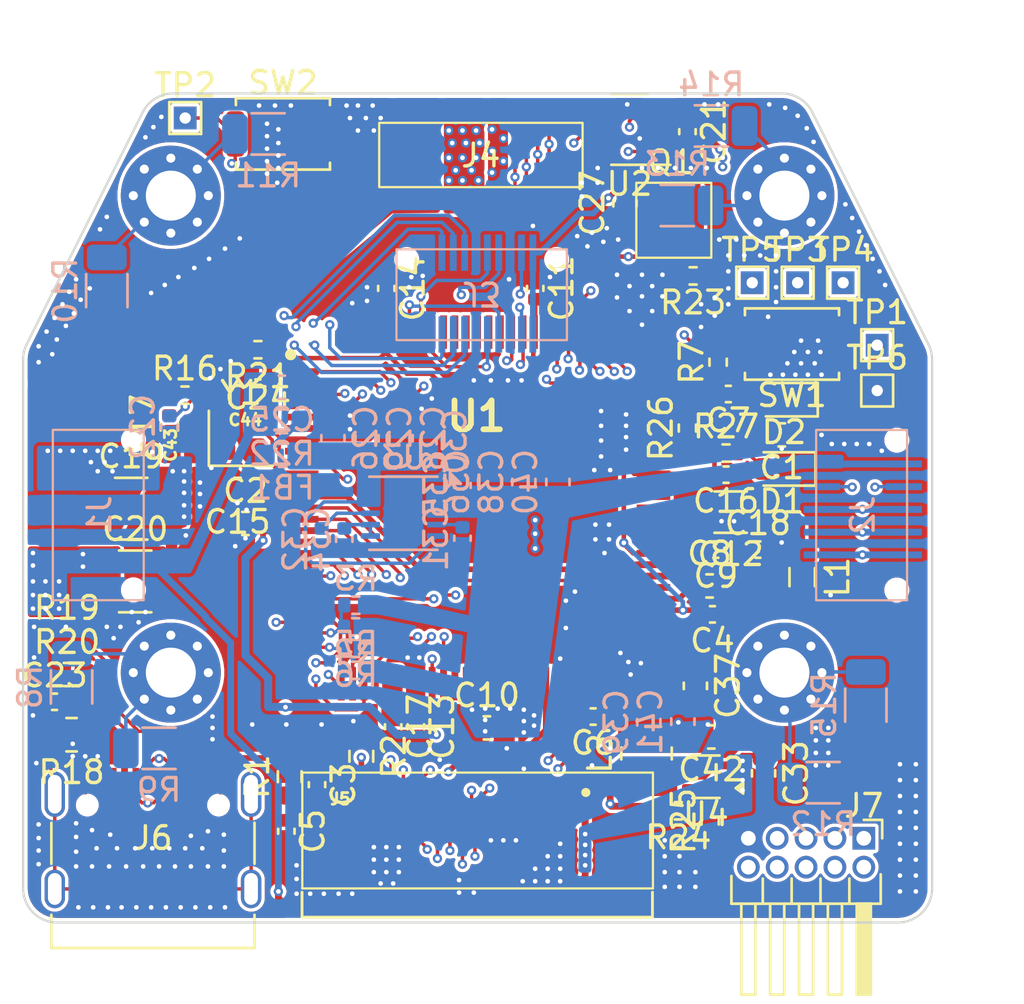
<source format=kicad_pcb>
(kicad_pcb (version 20241229) (generator "pcbnew") (generator_version "9.0")
  (layers (0 "F.Cu" jumper) (4 "In1.Cu" power) (6 "In2.Cu" signal) (8 "In3.Cu" signal) (10 "In4.Cu" power) (2 "B.Cu" power) (13 "F.Paste" user) (15 "B.Paste" user) (5 "F.SilkS" user "F.Silkscreen") (7 "B.SilkS" user "B.Silkscreen") (1 "F.Mask" user) (3 "B.Mask" user) (25 "Edge.Cuts" user))
  (net 0 "")
  (net 1 "VBUS")
  (net 2 "PGND")
  (net 3 "GND")
  (net 4 "+5V")
  (net 5 "+3V3")
  (net 6 "+3V3A")
  (net 7 "Net-(U1A-VDD_USB)")
  (net 8 "Net-(U1A-VDD_SYS)")
  (net 9 "Net-(C12-Pad1)")
  (net 10 "Net-(J6-SHIELD)")
  (net 11 "Net-(FB1-Pad1)")
  (net 12 "V_USB")
  (net 13 "Net-(U1C-P1_31)")
  (net 14 "Net-(U1C-P1_30)")
  (net 15 "Net-(D1-A)")
  (net 16 "Net-(D2-A)")
  (net 22 "/Power Architecture/FB")
  (net 23 "Net-(J6-CC1)")
  (net 24 "Net-(J6-CC2)")
  (net 25 "Net-(U1A-DCDC_LX)")
  (net 26 "Net-(U4-SW)")
  (net 27 "Net-(U1E-P3_9)")
  (net 67 "SPI_MISO")
  (net 68 "VBUS_VSNS")
  (net 69 "5V_FILT")
  (net 70 "BYP")
  (net 71 "VREG")
  (net 72 "REF")
  (net 73 "RESET")
  (net 74 "Chassis")
  (net 75 "CAN_N")
  (net 76 "BOOT0")
  (net 77 "UART_TX")
  (net 78 "CAN_P")
  (net 79 "UART_RX")
  (net 80 "ENC_A")
  (net 81 "+3V3_SW")
  (net 82 "PHB_H")
  (net 83 "PHB_L")
  (net 84 "PHC_L")
  (net 85 "ENC_B")
  (net 86 "PHA_L")
  (net 87 "PHA_H")
  (net 88 "SPI_SCK")
  (net 89 "PHC_H")
  (net 90 "SPI_MOSI")
  (net 91 "SPI_nCS")
  (net 92 "PHA_ISNS")
  (net 93 "PHC_ISNS")
  (net 94 "PHB_ISNS")
  (net 95 "THERM_A")
  (net 96 "THERM_B")
  (net 97 "USB0_DM")
  (net 98 "USB0_DP")
  (net 99 "DEBUG_SWCLK")
  (net 100 "DEBUG_RX")
  (net 101 "DEBUG_SWDIO")
  (net 102 "DEBUG_TX")
  (net 103 "DEBUG_SWO")
  (net 104 "SCOPE1")
  (net 105 "DEBUG0")
  (net 106 "DEBUG2")
  (net 107 "DEBUG1")
  (net 108 "SCOPE0")
  (net 109 "SCOPE2")
  (net 110 "DEBUG3")
  (net 111 "SW_3V3")
  (net 112 "CAN_RX")
  (net 113 "CAN_TX")
  (footprint "Resistor_SMD:R_0402_1005Metric" (layer "F.Cu") (at 158.75 62.45 180)
    (property "Reference" "R23")
    (property "Value" "100k/1%")
  )
  (footprint "oresat-passives:0603-C-NOSILK" (layer "F.Cu") (at 136.8 69.7 90)
    (property "Reference" "C43")
    (property "Value" "4.7p")
  )
  (footprint "Capacitor_SMD:C_0603_1608Metric" (layer "F.Cu") (at 158.85 80.5 -90)
    (property "Reference" "C37")
    (property "Value" "22u")
  )
  (footprint "Capacitor_SMD:C_0603_1608Metric" (layer "F.Cu") (at 162.65 69.45 180)
    (property "Reference" "C1")
    (property "Value" "10u")
  )
  (footprint "Capacitor_SMD:C_1206_3216Metric" (layer "F.Cu") (at 160.4 72.85 180)
    (property "Reference" "C12")
    (property "Value" "6.8u")
  )
  (footprint "oresat-passives:0603-C-NOSILK" (layer "F.Cu") (at 138.85 67.75 180)
    (property "Reference" "C44")
    (property "Value" "4.7p")
  )
  (footprint "TestPoint:TestPoint_THTPad_1.0x1.0mm_Drill0.5mm" (layer "F.Cu") (at 166.85 65.5)
    (property "Reference" "TP1")
    (property "Value" "TestPoint_Alt")
  )
  (footprint "Capacitor_SMD:C_0603_1608Metric" (layer "F.Cu") (at 131.2 80)
    (property "Reference" "R20")
    (property "Value" "5.11k")
  )
  (footprint "Capacitor_SMD:C_0603_1608Metric" (layer "F.Cu") (at 138.7 71.85 180)
    (property "Reference" "C15")
    (property "Value" "10u")
  )
  (footprint "Capacitor_SMD:C_0402_1005Metric" (layer "F.Cu") (at 158.5 56.1 -90)
    (property "Reference" "C21")
    (property "Value" "100n")
  )
  (footprint "Resistor_SMD:R_0402_1005Metric" (layer "F.Cu") (at 158.1 86 180)
    (property "Reference" "R24")
    (property "Value" "442k/1%")
  )
  (footprint "LED_SMD:LED_0603_1608Metric" (layer "F.Cu") (at 162.65 70.95 180)
    (property "Reference" "D1")
    (property "Value" "Green")
  )
  (footprint "Connector_PinHeader_1.27mm:PinHeader_2x05_P1.27mm_Horizontal" (layer "F.Cu") (at 166.26 87.21 -90)
    (property "Reference" "J7")
    (property "Value" "PROBE")
  )
  (footprint "Capacitor_SMD:C_0603_1608Metric" (layer "F.Cu") (at 131.2 78.5)
    (property "Reference" "R19")
    (property "Value" "5.11k")
  )
  (footprint "Capacitor_SMD:C_1210_3225Metric" (layer "F.Cu") (at 134.025 72.7)
    (property "Reference" "C19")
    (property "Value" "47u")
  )
  (footprint "TestPoint:TestPoint_THTPad_1.0x1.0mm_Drill0.5mm" (layer "F.Cu") (at 136.4 55.5)
    (property "Reference" "TP2")
    (property "Value" "TestPoint_Alt")
  )
  (footprint "Resistor_SMD:R_0603_1608Metric" (layer "F.Cu") (at 141 84.5 90)
    (property "Reference" "R1")
    (property "Value" "17.8k/1%")
  )
  (footprint "Capacitor_SMD:C_0603_1608Metric" (layer "F.Cu") (at 159.475 76.1)
    (property "Reference" "C8")
    (property "Value" "4.7u")
  )
  (footprint "oresat-ics:MCXN947KVLT-QFP50P1600X1600X160-101N" (layer "F.Cu") (at 149.266728 72.666648)
    (property "Reference" "U1")
    (property "Value" "MCXN947VKLT" (hide yes))
  )
  (footprint "Inductor_SMD:L_0805_2012Metric" (layer "F.Cu") (at 163.55 75.7125 -90)
    (property "Reference" "L1")
    (property "Value" "1.5u")
  )
  (footprint "Button_Switch_SMD:SW_Push_SPST_NO_Alps_SKRK" (layer "F.Cu") (at 163.1 65.45 180)
    (property "Reference" "SW1")
    (property "Value" "BOOT0")
  )
  (footprint "Capacitor_SMD:C_0402_1005Metric" (layer "F.Cu") (at 139.6 66.65 180)
    (property "Reference" "C24")
    (property "Value" "100n")
  )
  (footprint "MCXN-rev-3-footprints:NetTie_ADCS" (layer "F.Cu") (at 135.8 74.11 -90)
    (property "Reference" "NT1" (hide yes))
    (property "Value" "NetTie" (hide yes))
  )
  (footprint "Capacitor_SMD:C_0402_1005Metric" (layer "F.Cu") (at 142.2 84.85 -90)
    (property "Reference" "C3")
    (property "Value" "100n")
  )
  (footprint "TestPoint:TestPoint_THTPad_1.0x1.0mm_Drill0.5mm" (layer "F.Cu") (at 163.35 62.75)
    (property "Reference" "TP3")
    (property "Value" "TestPoint_Alt")
  )
  (footprint "Resistor_SMD:R_0603_1608Metric" (layer "F.Cu") (at 144.15 83.6 -90)
    (property "Reference" "R2")
    (property "Value" "33k/1%")
  )
  (footprint "Capacitor_SMD:C_0402_1005Metric" (layer "F.Cu") (at 161.6 74.5)
    (property "Reference" "C18")
    (property "Value" "100n")
  )
  (footprint "Resistor_SMD:R_0402_1005Metric" (layer "F.Cu") (at 135.7 69.1 90)
    (property "Reference" "R17")
    (property "Value" "3.3k/0.1%")
  )
  (footprint "Capacitor_SMD:C_0402_1005Metric" (layer "F.Cu") (at 159.6 77.35 180)
    (property "Reference" "C4")
    (property "Value" "100n")
  )
  (footprint "Package_TO_SOT_SMD:SOT-563" (layer "F.Cu") (at 159.3125 84.5 180)
    (property "Reference" "U4")
    (property "Value" "TLV62569DRL")
  )
  (footprint "Capacitor_SMD:C_0603_1608Metric" (layer "F.Cu") (at 159.55 82.75 180)
    (property "Reference" "C42")
    (property "Value" "22u")
  )
  (footprint "Capacitor_SMD:C_0402_1005Metric" (layer "F.Cu") (at 145.25 63 -90)
    (property "Reference" "C14")
    (property "Value" "100n")
  )
  (footprint "MCXN-rev-3-footprints:TSON-Advance" (layer "F.Cu") (at 157.9 60)
    (property "Reference" "Q1")
    (property "Value" "TPN4R712MD,L1Q")
  )
  (footprint "MCXN-rev-3-footprints:0555600307" (layer "F.Cu") (at 149.411326 57.126972)
    (property "Reference" "J4")
    (property "Value" "ADCS Mezz" (hide yes))
  )
  (footprint "TestPoint:TestPoint_THTPad_1.0x1.0mm_Drill0.5mm" (layer "F.Cu") (at 161.35 62.75)
    (property "Reference" "TP5")
    (property "Value" "TestPoint_Alt")
  )
  (footprint "LED_SMD:LED_0603_1608Metric" (layer "F.Cu") (at 162.75 67.9 180)
    (property "Reference" "D2")
    (property "Value" "Green")
  )
  (footprint "Resistor_SMD:R_0402_1005Metric" (layer "F.Cu") (at 160.2 70.25)
    (property "Reference" "R27")
    (property "Value" "100")
  )
  (footprint "Resistor_SMD:R_0402_1005Metric" (layer "F.Cu") (at 159.85 66.25 90)
    (property "Reference" "R7")
    (property "Value" "10k")
  )
  (footprint "TestPoint:TestPoint_THTPad_1.0x1.0mm_Drill0.5mm" (layer "F.Cu") (at 166.85 67.5)
    (property "Reference" "TP6")
    (property "Value" "TestPoint_Alt")
  )
  (footprint "Resistor_SMD:R_0805_2012Metric" (layer "F.Cu") (at 131.4 82.65 180)
    (property "Reference" "R18")
    (property "Value" "1M")
  )
  (footprint "Capacitor_SMD:C_1210_3225Metric" (layer "F.Cu") (at 134.2 75.9)
    (property "Reference" "C20")
    (property "Value" "47u")
  )
  (footprint "Connector_USB:USB_C_Receptacle_Palconn_UTC16-G" (layer "F.Cu") (at 134.98 87.2)
    (property "Reference" "J6")
    (property "Value" "USB-C")
  )
  (footprint "Capacitor_SMD:C_0402_1005Metric" (layer "F.Cu") (at 145.55 82.3 -90)
    (property "Reference" "C17")
    (property "Value" "100n")
  )
  (footprint "Capacitor_SMD:C_0402_1005Metric" (layer "F.Cu") (at 160.2 71.2 180)
    (property "Reference" "C16")
    (property "Value" "100n")
  )
  (footprint "Capacitor_SMD:C_0603_1608Metric" (layer "F.Cu") (at 155.75 59.25 90)
    (property "Reference" "C27")
    (property "Value" "22u")
  )
  (footprint "Inductor_SMD:L_1008_2520Metric" (layer "F.Cu") (at 156.7 83.475 90)
    (property "Reference" "L2")
    (property "Value" "2.2u")
  )
  (footprint "Capacitor_SMD:C_0402_1005Metric" (layer "F.Cu") (at 140.85 86.9 -90)
    (property "Reference" "C5")
    (property "Value" "1u")
  )
  (footprint "Resistor_SMD:R_0402_1005Metric" (layer "F.Cu") (at 159.5 86.45 90)
    (property "Reference" "R25")
    (property "Value" "100k/1%")
  )
  (footprint "Crystal:Crystal_SMD_2016-4Pin_2.0x1.6mm" (layer "F.Cu") (at 138.85 69.6)
    (property "Reference" "Y1")
    (property "Value" "24 MHz")
  )
  (footprint "MCXN-rev-3-footprints:top-board-def-rev7.1" (layer "F.Cu") (at 149.266726 69.193647)
    (property "Reference" "H1" (hide yes))
    (property "Value" "Board_Def" (hide yes))
    (fp_line (start -19.999997 -3.064164) (end -19.999992 20.223002) (stroke (width 0.1)) (layer "Edge.Cuts"))
    (fp_line (start -18.499992 21.723002) (end 18.500002 21.722989) (stroke (width 0.1)) (layer "Edge.Cuts"))
    (fp_line (start -14.735221 -13.94782) (end -19.841638 -3.734985) (stroke (width 0.1)) (layer "Edge.Cuts"))
    (fp_line (start 13.38623 -14.777) (end -13.39358 -14.776999) (stroke (width 0.1)) (layer "Edge.Cuts"))
    (fp_line (start 19.841641 -3.720279) (end 14.727871 -13.94782) (stroke (width 0.1)) (layer "Edge.Cuts"))
    (fp_line (start 20.000001 20.222989) (end 20 -3.049458) (stroke (width 0.1)) (layer "Edge.Cuts"))
    (fp_arc (start -19.999997 -3.064164) (mid -19.95987 -3.408794) (end -19.841638 -3.734985) (stroke (width 0.1)) (layer "Edge.Cuts"))
    (fp_arc (start -18.499992 21.723002) (mid -19.560647 21.283657) (end -19.999992 20.223002) (stroke (width 0.1)) (layer "Edge.Cuts"))
    (fp_arc (start -14.735221 -13.94782) (mid -14.182176 -14.552975) (end -13.39358 -14.776999) (stroke (width 0.1)) (layer "Edge.Cuts"))
    (fp_arc (start 13.38623 -14.777) (mid 14.174827 -14.552977) (end 14.727871 -13.94782) (stroke (width 0.1)) (layer "Edge.Cuts"))
    (fp_arc (start 19.841641 -3.720279) (mid 19.959875 -3.394088) (end 20 -3.049458) (stroke (width 0.1)) (layer "Edge.Cuts"))
    (fp_arc (start 20.000001 20.222989) (mid 19.560667 21.283653) (end 18.500002 21.722989) (stroke (width 0.1)) (layer "Edge.Cuts"))
  )
  (footprint "Capacitor_SMD:C_0402_1005Metric" (layer "F.Cu") (at 159.75 74.5 180)
    (property "Reference" "C9")
    (property "Value" "100n")
  )
  (footprint "TestPoint:TestPoint_THTPad_1.0x1.0mm_Drill0.5mm" (layer "F.Cu") (at 165.35 62.75)
    (property "Reference" "TP4")
    (property "Value" "TestPoint_Alt")
  )
  (footprint "Button_Switch_SMD:SW_Push_SPST_NO_Alps_SKRK" (layer "F.Cu") (at 140.7 56.2)
    (property "Reference" "SW2")
    (property "Value" "RESET")
  )
  (footprint "Capacitor_SMD:C_0402_1005Metric" (layer "F.Cu") (at 154.35 81.85 180)
    (property "Reference" "C6")
    (property "Value" "100n")
  )
  (footprint "Capacitor_SMD:C_0402_1005Metric" (layer "F.Cu") (at 151.8 63 -90)
    (property "Reference" "C11")
    (property "Value" "100n")
  )
  (footprint "Capacitor_SMD:C_0603_1608Metric" (layer "F.Cu") (at 149.675 82.35)
    (property "Reference" "C10")
    (property "Value" "4.7u")
  )
  (footprint "Capacitor_SMD:C_0402_1005Metric" (layer "F.Cu") (at 146.55 82.3 -90)
    (property "Reference" "C13")
    (property "Value" "100n")
  )
  (footprint "Resistor_SMD:R_0402_1005Metric" (layer "F.Cu") (at 139.6 65.7 180)
    (property "Reference" "R21")
    (property "Value" "10k")
  )
  (footprint "Resistor_SMD:R_0402_1005Metric" (layer "F.Cu") (at 136.39 67.7)
    (property "Reference" "R16")
    (property "Value" "5.1k/0.1%")
  )
  (footprint "Resistor_SMD:R_0402_1005Metric" (layer "F.Cu") (at 158.5 69.15 90)
    (property "Reference" "R26")
    (property "Value" "100")
  )
  (footprint "MCXN-rev-3-footprints:J-TE_2-1734592-0" (layer "F.Cu") (at 149.25 87.782 180)
    (property "Reference" "J5")
    (property "Value" "Debug")
  )
  (footprint "Capacitor_SMD:C_0402_1005Metric" (layer "F.Cu") (at 160.3 67.65 180)
    (property "Reference" "C7")
    (property "Value" "100n")
  )
  (footprint "Capacitor_SMD:C_0402_1005Metric" (layer "F.Cu") (at 130.65 81.2)
    (property "Reference" "C23")
    (property "Value" "100n")
  )
  (footprint "Capacitor_SMD:C_0603_1608Metric" (layer "F.Cu") (at 139.05 73.35)
    (property "Reference" "C2")
    (property "Value" "4.7u")
  )
  (footprint "Capacitor_SMD:C_0603_1608Metric" (layer "F.Cu") (at 161.85 84.35 -90)
    (property "Reference" "C33")
    (property "Value" "10u")
  )
  (footprint "MCXN-rev-3-footprints:SOT-23-8-Fixed" (layer "F.Cu") (at 155.95 56 180)
    (property "Reference" "U2")
    (property "Value" "TCAN330")
  )
  (footprint "Capacitor_SMD:C_0402_1005Metric" (layer "B.Cu") (at 148.6 74 -90)
    (property "Reference" "C31")
    (property "Value" "1u")
  )
  (footprint "MCXN-rev-3-footprints:10132798-021100LF" (layer "B.Cu") (at 132.624261 72.977339 -90)
    (property "Reference" "J1")
    (property "Value" "Power Mezz" (hide yes))
  )
  (footprint "Capacitor_SMD:C_0603_1608Metric" (layer "B.Cu") (at 144.4 69.6 90)
    (property "Reference" "C29")
    (property "Value" "10u")
  )
  (footprint "Inductor_SMD:L_0603_1608Metric" (layer "B.Cu") (at 140.6875 70.35)
    (property "Reference" "FB1")
    (property "Value" "MPZ1608B471ATA00")
  )
  (footprint "Capacitor_SMD:C_0603_1608Metric" (layer "B.Cu") (at 140.65 67.35)
    (property "Reference" "C25")
    (property "Value" "10u")
  )
  (footprint "Capacitor_SMD:C_0603_1608Metric" (layer "B.Cu") (at 152.8 71.525 -90)
    (property "Reference" "C40")
    (property "Value" "22u")
  )
  (footprint "Capacitor_SMD:C_0402_1005Metric" (layer "B.Cu") (at 148.6 71.675 -90)
    (property "Reference" "C35")
    (property "Value" "100n")
  )
  (footprint "MCXN-rev-3-footprints:10132798-021100LF" (layer "B.Cu") (at 166.213669 72.981893 -90)
    (property "Reference" "J2")
    (property "Value" "Analog Mezz" (hide yes))
  )
  (footprint "Capacitor_SMD:C_0402_1005Metric" (layer "B.Cu") (at 147.1 69.75 90)
    (property "Reference" "C30")
    (property "Value" "100n")
  )
  (footprint "Resistor_SMD:R_1206_3216Metric" (layer "B.Cu") (at 140.05 56.2)
    (property "Reference" "R11")
    (property "Value" "THJP1206ABT1")
  )
  (footprint "Capacitor_SMD:C_0603_1608Metric" (layer "B.Cu") (at 158.3 82.075 -90)
    (property "Reference" "C41")
    (property "Value" "22u")
  )
  (footprint "Resistor_SMD:R_1206_3216Metric" (layer "B.Cu") (at 131.4 80.55 -90)
    (property "Reference" "R8")
    (property "Value" "THJP1206ABT1")
  )
  (footprint "Capacitor_SMD:C_0603_1608Metric" (layer "B.Cu") (at 149.8 71.525 -90)
    (property "Reference" "C36")
    (property "Value" "22u")
  )
  (footprint "Capacitor_SMD:C_0402_1005Metric" (layer "B.Cu") (at 142.4 74.05 -90)
    (property "Reference" "C32")
    (property "Value" "1u")
  )
  (footprint "Resistor_SMD:R_0402_1005Metric" (layer "B.Cu") (at 143.9 79.815 180)
    (property "Reference" "R5")
    (property "Value" "10k/NTC")
  )
  (footprint "Capacitor_SMD:C_0402_1005Metric" (layer "B.Cu") (at 143.4 74.05 -90)
    (property "Reference" "C34")
    (property "Value" "1u")
  )
  (footprint "Resistor_SMD:R_1206_3216Metric" (layer "B.Cu") (at 132.95 63.1 -90)
    (property "Reference" "R10")
    (property "Value" "THJP1206ABT1")
  )
  (footprint "Resistor_SMD:R_1206_3216Metric" (layer "B.Cu") (at 135.25 83.25)
    (property "Reference" "R9")
    (property "Value" "THJP1206ABT1")
  )
  (footprint "Resistor_SMD:R_0402_1005Metric" (layer "B.Cu") (at 143.9 78.85)
    (property "Reference" "R6")
    (property "Value" "10k")
  )
  (footprint "Resistor_SMD:R_0402_1005Metric" (layer "B.Cu") (at 143.91 76.95 180)
    (property "Reference" "R3")
    (property "Value" "10k/NTC")
  )
  (footprint "Resistor_SMD:R_1206_3216Metric" (layer "B.Cu") (at 164.4725 84.76)
    (property "Reference" "R12")
    (property "Value" "THJP1206ABT1")
  )
  (footprint "Capacitor_SMD:C_0603_1608Metric" (layer "B.Cu") (at 145.9 69.6 90)
    (property "Reference" "C28")
    (property "Value" "10u")
  )
  (footprint "MCXN-rev-3-footprints:10132798-021100LF" (layer "B.Cu") (at 149.446063 63.228081)
    (property "Reference" "J3")
    (property "Value" "Phase Mezz" (hide yes))
  )
  (footprint "Resistor_SMD:R_1206_3216Metric" (layer "B.Cu") (at 158.05 59.35 180)
    (property "Reference" "R13")
    (property "Value" "THJP1206ABT1")
  )
  (footprint "Package_DFN_QFN:DFN-10-1EP_3x3mm_P0.5mm_EP1.65x2.38mm" (layer "B.Cu") (at 146 72.9 180)
    (property "Reference" "U3")
    (property "Value" "ADP7156ACPZ")
  )
  (footprint "Capacitor_SMD:C_0603_1608Metric" (layer "B.Cu") (at 151.3 71.525 -90)
    (property "Reference" "C38")
    (property "Value" "22u")
  )
  (footprint "Resistor_SMD:R_1206_3216Metric" (layer "B.Cu") (at 166.35 81.35 -90)
    (property "Reference" "R15")
    (property "Value" "THJP1206ABT1")
  )
  (footprint "Resistor_SMD:R_1206_3216Metric" (layer "B.Cu") (at 159.55 55.85 180)
    (property "Reference" "R14")
    (property "Value" "THJP1206ABT1")
  )
  (footprint "Capacitor_SMD:C_0402_1005Metric" (layer "B.Cu") (at 135.7 69.1 -90)
    (property "Reference" "C22")
    (property "Value" "10p")
  )
  (footprint "Resistor_SMD:R_0603_1608Metric" (layer "B.Cu") (at 140.65 68.85)
    (property "Reference" "R22")
    (property "Value" "2.2")
  )
  (footprint "Capacitor_SMD:C_0603_1608Metric" (layer "B.Cu") (at 156.8 82.1 -90)
    (property "Reference" "C39")
    (property "Value" "22u")
  )
  (footprint "Resistor_SMD:R_0402_1005Metric" (layer "B.Cu") (at 143.9 77.9)
    (property "Reference" "R4")
    (property "Value" "10k")
  )
  (footprint "Capacitor_SMD:C_0603_1608Metric" (layer "B.Cu") (at 142.9 69.6 90)
    (property "Reference" "C26")
    (property "Value" "10u")
  )
  (via (at 132.55 70.15) (size 0.4064) (drill 0.2032) (layers "F.Cu" "B.Cu") (net 1))
  (via (at 133.1 70.15) (size 0.4064) (drill 0.2032) (layers "F.Cu" "B.Cu") (net 1))
  (via (at 132 70.15) (size 0.4064) (drill 0.2032) (layers "F.Cu" "B.Cu") (net 1))
  (via (at 132.25 70.65) (size 0.4064) (drill 0.2032) (layers "F.Cu" "B.Cu") (net 1))
  (via (at 133.2 71.05) (size 0.4064) (drill 0.2032) (layers "F.Cu" "B.Cu") (net 1))
  (via (at 131.45 70.15) (size 0.4064) (drill 0.2032) (layers "F.Cu" "B.Cu") (net 1))
  (via (at 130.35 70.15) (size 0.4064) (drill 0.2032) (layers "F.Cu" "B.Cu") (net 1))
  (via (at 132.85 70.65) (size 0.4064) (drill 0.2032) (layers "F.Cu" "B.Cu") (net 1))
  (via (at 130.9 70.15) (size 0.4064) (drill 0.2032) (layers "F.Cu" "B.Cu") (net 1))
  (via (at 132.55 71.05) (size 0.4064) (drill 0.2032) (layers "F.Cu" "B.Cu") (net 1))
  (via (at 134.95 70.2) (size 0.4064) (drill 0.2032) (layers "F.Cu" "B.Cu") (net 1))
  (via (at 149.35 56.6) (size 0.4064) (drill 0.2032) (layers "F.Cu" "B.Cu") (net 2))
  (via (at 148.15 56.6) (size 0.4064) (drill 0.2032) (layers "F.Cu" "B.Cu") (net 2))
  (via (at 148 57.25) (size 0.4064) (drill 0.2032) (layers "F.Cu" "B.Cu") (net 2))
  (via (at 136.35 72.55) (size 0.4064) (drill 0.2032) (layers "F.Cu" "B.Cu") (net 2))
  (via (at 136.35 71.5) (size 0.4064) (drill 0.2032) (layers "F.Cu" "B.Cu") (net 2))
  (via (at 148.6 56.05) (size 0.4064) (drill 0.2032) (layers "F.Cu" "B.Cu") (net 2))
  (via (at 149.2 56.05) (size 0.4064) (drill 0.2032) (layers "F.Cu" "B.Cu") (net 2))
  (via (at 136.35 73.05) (size 0.4064) (drill 0.2032) (layers "F.Cu" "B.Cu") (net 2))
  (via (at 148 58.25) (size 0.4064) (drill 0.2032) (layers "F.Cu" "B.Cu") (net 2))
  (via (at 148.6 57.25) (size 0.4064) (drill 0.2032) (layers "F.Cu" "B.Cu") (net 2))
  (via (at 148.3 57.8) (size 0.4064) (drill 0.2032) (layers "F.Cu" "B.Cu") (net 2))
  (via (at 149.3 58.25) (size 0.4064) (drill 0.2032) (layers "F.Cu" "B.Cu") (net 2))
  (via (at 136.35 71.05) (size 0.4064) (drill 0.2032) (layers "F.Cu" "B.Cu") (net 2))
  (via (at 136.35 72) (size 0.4064) (drill 0.2032) (layers "F.Cu" "B.Cu") (net 2))
  (via (at 149 57.8) (size 0.4064) (drill 0.2032) (layers "F.Cu" "B.Cu") (net 2))
  (via (at 149.2 57.25) (size 0.4064) (drill 0.2032) (layers "F.Cu" "B.Cu") (net 2))
  (via (at 148.6 58.25) (size 0.4064) (drill 0.2032) (layers "F.Cu" "B.Cu") (net 2))
  (via (at 148.75 56.6) (size 0.4064) (drill 0.2032) (layers "F.Cu" "B.Cu") (net 2))
  (via (at 148 56.05) (size 0.4064) (drill 0.2032) (layers "F.Cu" "B.Cu") (net 2))
  (via (at 135.85 71.05) (size 0.4064) (drill 0.2032) (layers "F.Cu" "B.Cu") (net 2))
  (segment (start 160 75.95) (end 160.325 75.95) (width 0.25) (layer "F.Cu") (net 3))
  (via (at 131.6 87.15) (size 0.4064) (drill 0.2032) (layers "F.Cu" "B.Cu") (net 3))
  (via (at 134.65 56.35) (size 0.4064) (drill 0.2032) (layers "F.Cu" "B.Cu") (net 3))
  (via (at 162.15 66.8) (size 0.4064) (drill 0.2032) (layers "F.Cu" "B.Cu") (net 3))
  (via (at 140.5 57.7) (size 0.4064) (drill 0.2032) (layers "F.Cu" "B.Cu") (net 3))
  (via (at 159.1 63.7) (size 0.4064) (drill 0.2032) (layers "F.Cu" "B.Cu") (net 3))
  (via (at 132.95 59.85) (size 0.4064) (drill 0.2032) (layers "F.Cu" "B.Cu") (net 3))
  (via (at 153.55 76.35) (size 0.4064) (drill 0.2032) (layers "F.Cu" "B.Cu") (net 3))
  (via (at 140.5 56) (size 0.4064) (drill 0.2032) (layers "F.Cu" "B.Cu") (net 3))
  (via (at 158.15 89.35) (size 0.4064) (drill 0.2032) (layers "F.Cu" "B.Cu") (net 3))
  (via (at 165.4 69.85) (size 0.4064) (drill 0.2032) (layers "F.Cu" "B.Cu") (net 3))
  (via (at 132.95 77.9) (size 0.4064) (drill 0.2032) (layers "F.Cu" "B.Cu") (net 3))
  (via (at 131.45 83.05) (size 0.4064) (drill 0.2032) (layers "F.Cu" "B.Cu") (net 3))
  (via (at 155.8 68.55) (size 0.4064) (drill 0.2032) (layers "F.Cu" "B.Cu") (net 3))
  (via (at 165.45 59.3) (size 0.4064) (drill 0.2032) (layers "F.Cu" "B.Cu") (net 3))
  (via (at 159.9 60.85) (size 0.4064) (drill 0.2032) (layers "F.Cu" "B.Cu") (net 3))
  (via (at 165.75 59.9) (size 0.4064) (drill 0.2032) (layers "F.Cu" "B.Cu") (net 3))
  (via (at 151.8 74.45) (size 0.4064) (drill 0.2032) (layers "F.Cu" "B.Cu") (net 3))
  (via (at 137.4 88.45) (size 0.4064) (drill 0.2032) (layers "F.Cu" "B.Cu") (net 3))
  (via (at 140.45 58.35) (size 0.4064) (drill 0.2032) (layers "F.Cu" "B.Cu") (net 3))
  (via (at 136.42692 73.875654) (size 0.4064) (drill 0.2032) (layers "F.Cu" "B.Cu") (net 3))
  (via (at 146.7 79.2556) (size 0.4064) (drill 0.2032) (layers "F.Cu" "B.Cu") (net 3))
  (via (at 138.1 87.75) (size 0.4064) (drill 0.2032) (layers "F.Cu" "B.Cu") (net 3))
  (via (at 168.55 85.35) (size 0.4064) (drill 0.2032) (layers "F.Cu" "B.Cu") (net 3))
  (via (at 155.05 73.4) (size 0.4064) (drill 0.2032) (layers "F.Cu" "B.Cu") (net 3))
  (via (at 157.5 88.7) (size 0.4064) (drill 0.2032) (layers "F.Cu" "B.Cu") (net 3))
  (via (at 156.45 79.5) (size 0.4064) (drill 0.2032) (layers "F.Cu" "B.Cu") (net 3))
  (via (at 154.8 60.95) (size 0.4064) (drill 0.2032) (layers "F.Cu" "B.Cu") (net 3))
  (via (at 138.15 90.25) (size 0.4064) (drill 0.2032) (layers "F.Cu" "B.Cu") (net 3))
  (via (at 133.1 87.05) (size 0.4064) (drill 0.2032) (layers "F.Cu" "B.Cu") (net 3))
  (via (at 134.9 63.2) (size 0.4064) (drill 0.2032) (layers "F.Cu" "B.Cu") (net 3))
  (via (at 143.75 89.65) (size 0.4064) (drill 0.2032) (layers "F.Cu" "B.Cu") (net 3))
  (via (at 138.6 74.35) (size 0.4064) (drill 0.2032) (layers "F.Cu" "B.Cu") (net 3))
  (via (at 131.6 88.45) (size 0.4064) (drill 0.2032) (layers "F.Cu" "B.Cu") (net 3))
  (via (at 150.6 67.05) (size 0.4064) (drill 0.2032) (layers "F.Cu" "B.Cu") (net 3))
  (via (at 131.6 86.55) (size 0.4064) (drill 0.2032) (layers "F.Cu" "B.Cu") (net 3))
  (via (at 155.95 62.9) (size 0.4064) (drill 0.2032) (layers "F.Cu" "B.Cu") (net 3))
  (via (at 140 57.95) (size 0.4064) (drill 0.2032) (layers "F.Cu" "B.Cu") (net 3))
  (via (at 141.9 89.65) (size 0.4064) (drill 0.2032) (layers "F.Cu" "B.Cu") (net 3))
  (via (at 154.3 60.55) (size 0.4064) (drill 0.2032) (layers "F.Cu" "B.Cu") (net 3))
  (via (at 160.55 73.25) (size 0.4064) (drill 0.2032) (layers "F.Cu" "B.Cu") (net 3))
  (via (at 146.8 68.3) (size 0.4064) (drill 0.2032) (layers "F.Cu" "B.Cu") (net 3))
  (via (at 155.55 79.05) (size 0.4064) (drill 0.2032) (layers "F.Cu" "B.Cu") (net 3))
  (via (at 131.6 62.6) (size 0.4064) (drill 0.2032) (layers "F.Cu" "B.Cu") (net 3))
  (via (at 138.1 87.05) (size 0.4064) (drill 0.2032) (layers "F.Cu" "B.Cu") (net 3))
  (via (at 148.45 89.05) (size 0.4064) (drill 0.2032) (layers "F.Cu" "B.Cu") (net 3))
  (via (at 146.25 62.95) (size 0.4064) (drill 0.2032) (layers "F.Cu" "B.Cu") (net 3))
  (via (at 140 57.4) (size 0.4064) (drill 0.2032) (layers "F.Cu" "B.Cu") (net 3))
  (via (at 130.75 65.25) (size 0.4064) (drill 0.2032) (layers "F.Cu" "B.Cu") (net 3))
  (via (at 144 54.95) (size 0.4064) (drill 0.2032) (layers "F.Cu" "B.Cu") (net 3))
  (via (at 136.1 62.5) (size 0.4064) (drill 0.2032) (layers "F.Cu" "B.Cu") (net 3))
  (via (at 145.25 88.7) (size 0.4064) (drill 0.2032) (layers "F.Cu" "B.Cu") (net 3))
  (via (at 137.5 90.25) (size 0.4064) (drill 0.2032) (layers "F.Cu" "B.Cu") (net 3))
  (via (at 159.35 57.7) (size 0.4064) (drill 0.2032) (layers "F.Cu" "B.Cu") (net 3))
  (via (at 145.55 89.2) (size 0.4064) (drill 0.2032) (layers "F.Cu" "B.Cu") (net 3))
  (via (at 131.8 63.5) (size 0.4064) (drill 0.2032) (layers "F.Cu" "B.Cu") (net 3))
  (via (at 164.8 76.5) (size 0.4064) (drill 0.2032) (layers "F.Cu" "B.Cu") (net 3))
  (via (at 153.85 58.95) (size 0.4064) (drill 0.2032) (layers "F.Cu" "B.Cu") (net 3))
  (via (at 129.7 81.8) (size 0.4064) (drill 0.2032) (layers "F.Cu" "B.Cu") (net 3))
  (via (at 156.95 62.9) (size 0.4064) (drill 0.2032) (layers "F.Cu" "B.Cu") (net 3))
  (via (at 164.25 65.3) (size 0.4064) (drill 0.2032) (layers "F.Cu" "B.Cu") (net 3))
  (via (at 159.7 64.2) (size 0.4064) (drill 0.2032) (layers "F.Cu" "B.Cu") (net 3))
  (via (at 160.65 60.85) (size 0.4064) (drill 0.2032) (layers "F.Cu" "B.Cu") (net 3))
  (via (at 137.6 82.35) (size 0.4064) (drill 0.2032) (layers "F.Cu" "B.Cu") (net 3))
  (via (at 156.4 56.4) (size 0.4064) (drill 0.2032) (layers "F.Cu" "B.Cu") (net 3))
  (via (at 164.7 82.9) (size 0.4064) (drill 0.2032) (layers "F.Cu" "B.Cu") (net 3))
  (via (at 164.85 69.85) (size 0.4064) (drill 0.2032) (layers "F.Cu" "B.Cu") (net 3))
  (via (at 138.15 61.25) (size 0.4064) (drill 0.2032) (layers "F.Cu" "B.Cu") (net 3))
  (via (at 151.8 88.55) (size 0.4064) (drill 0.2032) (layers "F.Cu" "B.Cu") (net 3))
  (via (at 130.65 64.3) (size 0.4064) (drill 0.2032) (layers "F.Cu" "B.Cu") (net 3))
  (via (at 162.05 64.25) (size 0.4064) (drill 0.2032) (layers "F.Cu" "B.Cu") (net 3))
  (via (at 153.65 60.7) (size 0.4064) (drill 0.2032) (layers "F.Cu" "B.Cu") (net 3))
  (via (at 144.4 62.95) (size 0.4064) (drill 0.2032) (layers "F.Cu" "B.Cu") (net 3))
  (via (at 167.85 87.45) (size 0.4064) (drill 0.2032) (layers "F.Cu" "B.Cu") (net 3))
  (via (at 129.95 66.25) (size 0.4064) (drill 0.2032) (layers "F.Cu" "B.Cu") (net 3))
  (via (at 131.6 87.8) (size 0.4064) (drill 0.2032) (layers "F.Cu" "B.Cu") (net 3))
  (via (at 144.7 56.05) (size 0.4064) (drill 0.2032) (layers "F.Cu" "B.Cu") (net 3))
  (via (at 167.85 88.15) (size 0.4064) (drill 0.2032) (layers "F.Cu" "B.Cu") (net 3))
  (via (at 168.55 84.65) (size 0.4064) (drill 0.2032) (layers "F.Cu" "B.Cu") (net 3))
  (via (at 154.7 68.4) (size 0.4064) (drill 0.2032) (layers "F.Cu" "B.Cu") (net 3))
  (via (at 135.55 90.25) (size 0.4064) (drill 0.2032) (layers "F.Cu" "B.Cu") (net 3))
  (via (at 166.05 60.5) (size 0.4064) (drill 0.2032) (layers "F.Cu" "B.Cu") (net 3))
  (via (at 150.65 62.6) (size 0.4064) (drill 0.2032) (layers "F.Cu" "B.Cu") (net 3))
  (via (at 131.45 83.6) (size 0.4064) (drill 0.2032) (layers "F.Cu" "B.Cu") (net 3))
  (via (at 133.4 87.65) (size 0.4064) (drill 0.2032) (layers "F.Cu" "B.Cu") (net 3))
  (via (at 151.8 89.1) (size 0.4064) (drill 0.2032) (layers "F.Cu" "B.Cu") (net 3))
  (via (at 137.05 71.55) (size 0.4064) (drill 0.2032) (layers "F.Cu" "B.Cu") (net 3))
  (via (at 143.75 63.65) (size 0.4064) (drill 0.2032) (layers "F.Cu" "B.Cu") (net 3))
  (via (at 137.15 87.65) (size 0.4064) (drill 0.2032) (layers "F.Cu" "B.Cu") (net 3))
  (via (at 162.4 62.95) (size 0.4064) (drill 0.2032) (layers "F.Cu" "B.Cu") (net 3))
  (via (at 144.4 63.55) (size 0.4064) (drill 0.2032) (layers "F.Cu" "B.Cu") (net 3))
  (via (at 138.4 66.2) (size 0.4064) (drill 0.2032) (layers "F.Cu" "B.Cu") (net 3))
  (via (at 143.941713 78.3444) (size 0.4064) (drill 0.2032) (layers "F.Cu" "B.Cu") (net 3))
  (via (at 140 56.3) (size 0.4064) (drill 0.2032) (layers "F.Cu" "B.Cu") (net 3))
  (via (at 150.95 87.3) (size 0.4064) (drill 0.2032) (layers "F.Cu" "B.Cu") (net 3))
  (via (at 137.45 61.7) (size 0.4064) (drill 0.2032) (layers "F.Cu" "B.Cu") (net 3))
  (via (at 157.95 57.7) (size 0.4064) (drill 0.2032) (layers "F.Cu" "B.Cu") (net 3))
  (via (at 143.65 68.6) (size 0.4064) (drill 0.2032) (layers "F.Cu" "B.Cu") (net 3))
  (via (at 163.5 65.3) (size 0.4064) (drill 0.2032) (layers "F.Cu" "B.Cu") (net 3))
  (via (at 129.95 87.75) (size 0.4064) (drill 0.2032) (layers "F.Cu" "B.Cu") (net 3))
  (via (at 141.05 54.95) (size 0.4064) (drill 0.2032) (layers "F.Cu" "B.Cu") (net 3))
  (via (at 157.4 63.35) (size 0.4064) (drill 0.2032) (layers "F.Cu" "B.Cu") (net 3))
  (via (at 166.5 69.85) (size 0.4064) (drill 0.2032) (layers "F.Cu" "B.Cu") (net 3))
  (via (at 139.05 74) (size 0.4064) (drill 0.2032) (layers "F.Cu" "B.Cu") (net 3))
  (via (at 140.35 54.95) (size 0.4064) (drill 0.2032) (layers "F.Cu" "B.Cu") (net 3))
  (via (at 153.15 77.95) (size 0.4064) (drill 0.2032) (layers "F.Cu" "B.Cu") (net 3))
  (via (at 133.05 88.45) (size 0.4064) (drill 0.2032) (layers "F.Cu" "B.Cu") (net 3))
  (via (at 134.35 77.7) (size 0.4064) (drill 0.2032) (layers "F.Cu" "B.Cu") (net 3))
  (via (at 161 61.55) (size 0.4064) (drill 0.2032) (layers "F.Cu" "B.Cu") (net 3))
  (via (at 137.55 70.9) (size 0.4064) (drill 0.2032) (layers "F.Cu" "B.Cu") (net 3))
  (via (at 167.85 84.65) (size 0.4064) (drill 0.2032) (layers "F.Cu" "B.Cu") (net 3))
  (via (at 159.85 54.9) (size 0.4064) (drill 0.2032) (layers "F.Cu" "B.Cu") (net 3))
  (via (at 168.55 88.15) (size 0.4064) (drill 0.2032) (layers "F.Cu" "B.Cu") (net 3))
  (via (at 140.5 56.6) (size 0.4064) (drill 0.2032) (layers "F.Cu" "B.Cu") (net 3))
  (via (at 155.1 71) (size 0.4064) (drill 0.2032) (layers "F.Cu" "B.Cu") (net 3))
  (via (at 162.9 66.3) (size 0.4064) (drill 0.2032) (layers "F.Cu" "B.Cu") (net 3))
  (via (at 154.55 57.7) (size 0.4064) (drill 0.2032) (layers "F.Cu" "B.Cu") (net 3))
  (via (at 163.35 55.4) (size 0.4064) (drill 0.2032) (layers "F.Cu" "B.Cu") (net 3))
  (via (at 157.4 62.4) (size 0.4064) (drill 0.2032) (layers "F.Cu" "B.Cu") (net 3))
  (via (at 167.85 83.95) (size 0.4064) (drill 0.2032) (layers "F.Cu" "B.Cu") (net 3))
  (via (at 154.4 71) (size 0.4064) (drill 0.2032) (layers "F.Cu" "B.Cu") (net 3))
  (via (at 131.5 64.1) (size 0.4064) (drill 0.2032) (layers "F.Cu" "B.Cu") (net 3))
  (via (at 142.5 89.65) (size 0.4064) (drill 0.2032) (layers "F.Cu" "B.Cu") (net 3))
  (via (at 132.55 83.6) (size 0.4064) (drill 0.2032) (layers "F.Cu" "B.Cu") (net 3))
  (via (at 155.8 69.55) (size 0.4064) (drill 0.2032) (layers "F.Cu" "B.Cu") (net 3))
  (via (at 132.65 60.4) (size 0.4064) (drill 0.2032) (layers "F.Cu" "B.Cu") (net 3))
  (via (at 154.85 74.65) (size 0.4064) (drill 0.2032) (layers "F.Cu" "B.Cu") (net 3))
  (via (at 162.644322 74.187493) (size 0.4064) (drill 0.2032) (layers "F.Cu" "B.Cu") (net 3))
  (via (at 153.85 58.35) (size 0.4064) (drill 0.2032) (layers "F.Cu" "B.Cu") (net 3))
  (via (at 168.55 88.85) (size 0.4064) (drill 0.2032) (layers "F.Cu" "B.Cu") (net 3))
  (via (at 164.7 84) (size 0.4064) (drill 0.2032) (layers "F.Cu" "B.Cu") (net 3))
  (via (at 162.4 63.6) (size 0.4064) (drill 0.2032) (layers "F.Cu" "B.Cu") (net 3))
  (via (at 145.8 87.6) (size 0.4064) (drill 0.2032) (layers "F.Cu" "B.Cu") (net 3))
  (via (at 161.7 61.55) (size 0.4064) (drill 0.2032) (layers "F.Cu" "B.Cu") (net 3))
  (via (at 151.2 67.05) (size 0.4064) (drill 0.2032) (layers "F.Cu" "B.Cu") (net 3))
  (via (at 167.2 62.85) (size 0.4064) (drill 0.2032) (layers "F.Cu" "B.Cu") (net 3))
  (via (at 160.3 61.55) (size 0.4064) (drill 0.2032) (layers "F.Cu" "B.Cu") (net 3))
  (via (at 132 83.6) (size 0.4064) (drill 0.2032) (layers "F.Cu" "B.Cu") (net 3))
  (via (at 154.55 58.35) (size 0.4064) (drill 0.2032) (layers "F.Cu" "B.Cu") (net 3))
  (via (at 145.8 88.7) (size 0.4064) (drill 0.2032) (layers "F.Cu" "B.Cu") (net 3))
  (via (at 141.3 88.4) (size 0.4064) (drill 0.2032) (layers "F.Cu" "B.Cu") (net 3))
  (via (at 155.9 79.45) (size 0.4064) (drill 0.2032) (layers "F.Cu" "B.Cu") (net 3))
  (via (at 155.4 63.4) (size 0.4064) (drill 0.2032) (layers "F.Cu" "B.Cu") (net 3))
  (via (at 163.8 65.8) (size 0.4064) (drill 0.2032) (layers "F.Cu" "B.Cu") (net 3))
  (via (at 132.35 90.25) (size 0.4064) (drill 0.2032) (layers "F.Cu" "B.Cu") (net 3))
  (via (at 151.3 84.15) (size 0.4064) (drill 0.2032) (layers "F.Cu" "B.Cu") (net 3))
  (via (at 153.15 76.75) (size 0.4064) (drill 0.2032) (layers "F.Cu" "B.Cu") (net 3))
  (via (at 133.6 90.25) (size 0.4064) (drill 0.2032) (layers "F.Cu" "B.Cu") (net 3))
  (via (at 162.7 66.8) (size 0.4064) (drill 0.2032) (layers "F.Cu" "B.Cu") (net 3))
  (via (at 156.5 57.7) (size 0.4064) (drill 0.2032) (layers "F.Cu" "B.Cu") (net 3))
  (via (at 158.15 88.7) (size 0.4064) (drill 0.2032) (layers "F.Cu" "B.Cu") (net 3))
  (via (at 152.9 89.1) (size 0.4064) (drill 0.2032) (layers "F.Cu" "B.Cu") (net 3))
  (via (at 134.95 87.65) (size 0.4064) (drill 0.2032) (layers "F.Cu" "B.Cu") (net 3))
  (via (at 135.25 88.45) (size 0.4064) (drill 0.2032) (layers "F.Cu" "B.Cu") (net 3))
  (via (at 143.65 55.5) (size 0.4064) (drill 0.2032) (layers "F.Cu" "B.Cu") (net 3))
  (via (at 155.85 54.9) (size 0.4064) (drill 0.2032) (layers "F.Cu" "B.Cu") (net 3))
  (via (at 134.25 90.25) (size 0.4064) (drill 0.2032) (layers "F.Cu" "B.Cu") (net 3))
  (via (at 151.8 73.2) (size 0.4064) (drill 0.2032) (layers "F.Cu" "B.Cu") (net 3))
  (via (at 132.5 87.65) (size 0.4064) (drill 0.2032) (layers "F.Cu" "B.Cu") (net 3))
  (via (at 159.7 63.4) (size 0.4064) (drill 0.2032) (layers "F.Cu" "B.Cu") (net 3))
  (via (at 136.65 87.1) (size 0.4064) (drill 0.2032) (layers "F.Cu" "B.Cu") (net 3))
  (via (at 150.55 83.25) (size 0.4064) (drill 0.2032) (layers "F.Cu" "B.Cu") (net 3))
  (via (at 155.8 69.05) (size 0.4064) (drill 0.2032) (layers "F.Cu" "B.Cu") (net 3))
  (via (at 140 56.85) (size 0.4064) (drill 0.2032) (layers "F.Cu" "B.Cu") (net 3))
  (via (at 158.65 57.7) (size 0.4064) (drill 0.2032) (layers "F.Cu" "B.Cu") (net 3))
  (via (at 149.85 67.05) (size 0.4064) (drill 0.2032) (layers "F.Cu" "B.Cu") (net 3))
  (via (at 155.95 64) (size 0.4064) (drill 0.2032) (layers "F.Cu" "B.Cu") (net 3))
  (via (at 149.1 67.05) (size 0.4064) (drill 0.2032) (layers "F.Cu" "B.Cu") (net 3))
  (via (at 136.65 88.45) (size 0.4064) (drill 0.2032) (layers "F.Cu" "B.Cu") (net 3))
  (via (at 151.8 73.8) (size 0.4064) (drill 0.2032) (layers "F.Cu" "B.Cu") (net 3))
  (via (at 135.7 87.65) (size 0.4064) (drill 0.2032) (layers "F.Cu" "B.Cu") (net 3))
  (via (at 157.5 87.3) (size 0.4064) (drill 0.2032) (layers "F.Cu" "B.Cu") (net 3))
  (via (at 152.9 88) (size 0.4064) (drill 0.2032) (layers "F.Cu" "B.Cu") (net 3))
  (via (at 165.95 69.85) (size 0.4064) (drill 0.2032) (layers "F.Cu" "B.Cu") (net 3))
  (via (at 164.15 82.35) (size 0.4064) (drill 0.2032) (layers "F.Cu" "B.Cu") (net 3))
  (via (at 167.85 86.05) (size 0.4064) (drill 0.2032) (layers "F.Cu" "B.Cu") (net 3))
  (via (at 164.35 65.8) (size 0.4064) (drill 0.2032) (layers "F.Cu" "B.Cu") (net 3))
  (via (at 162.1 54.9) (size 0.4064) (drill 0.2032) (layers "F.Cu" "B.Cu") (net 3))
  (via (at 134.9 90.25) (size 0.4064) (drill 0.2032) (layers "F.Cu" "B.Cu") (net 3))
  (via (at 144.7 88.15) (size 0.4064) (drill 0.2032) (layers "F.Cu" "B.Cu") (net 3))
  (via (at 160.3 63) (size 0.4064) (drill 0.2032) (layers "F.Cu" "B.Cu") (net 3))
  (via (at 155.8 70.1) (size 0.4064) (drill 0.2032) (layers "F.Cu" "B.Cu") (net 3))
  (via (at 167.85 86.75) (size 0.4064) (drill 0.2032) (layers "F.Cu" "B.Cu") (net 3))
  (via (at 139.65 54.95) (size 0.4064) (drill 0.2032) (layers "F.Cu" "B.Cu") (net 3))
  (via (at 149.1 89.6) (size 0.4064) (drill 0.2032) (layers "F.Cu" "B.Cu") (net 3))
  (via (at 163.75 55.95) (size 0.4064) (drill 0.2032) (layers "F.Cu" "B.Cu") (net 3))
  (via (at 129.95 88.35) (size 0.4064) (drill 0.2032) (layers "F.Cu" "B.Cu") (net 3))
  (via (at 163.25 66.8) (size 0.4064) (drill 0.2032) (layers "F.Cu" "B.Cu") (net 3))
  (via (at 164.15 83.45) (size 0.4064) (drill 0.2032) (layers "F.Cu" "B.Cu") (net 3))
  (via (at 146.35 62.5) (size 0.4064) (drill 0.2032) (layers "F.Cu" "B.Cu") (net 3))
  (via (at 152.45 62.5) (size 0.4064) (drill 0.2032) (layers "F.Cu" "B.Cu") (net 3))
  (via (at 157.2 57.7) (size 0.4064) (drill 0.2032) (layers "F.Cu" "B.Cu") (net 3))
  (via (at 138.7 72.45) (size 0.4064) (drill 0.2032) (layers "F.Cu" "B.Cu") (net 3))
  (via (at 135.95 88.45) (size 0.4064) (drill 0.2032) (layers "F.Cu" "B.Cu") (net 3))
  (via (at 168.55 86.75) (size 0.4064) (drill 0.2032) (layers "F.Cu" "B.Cu") (net 3))
  (via (at 131 63.7) (size 0.4064) (drill 0.2032) (layers "F.Cu" "B.Cu") (net 3))
  (via (at 131.15 64.65) (size 0.4064) (drill 0.2032) (layers "F.Cu" "B.Cu") (net 3))
  (via (at 158.85 89.35) (size 0.4064) (drill 0.2032) (layers "F.Cu" "B.Cu") (net 3))
  (via (at 156 80) (size 0.4064) (drill 0.2032) (layers "F.Cu" "B.Cu") (net 3))
  (via (at 152.35 88) (size 0.4064) (drill 0.2032) (layers "F.Cu" "B.Cu") (net 3))
  (via (at 132.2 63) (size 0.4064) (drill 0.2032) (layers "F.Cu" "B.Cu") (net 3))
  (via (at 134.55 88.45) (size 0.4064) (drill 0.2032) (layers "F.Cu" "B.Cu") (net 3))
  (via (at 135.35 55.45) (size 0.4064) (drill 0.2032) (layers "F.Cu" "B.Cu") (net 3))
  (via (at 130.55 65.9) (size 0.4064) (drill 0.2032) (layers "F.Cu" "B.Cu") (net 3))
  (via (at 138.1 88.45) (size 0.4064) (drill 0.2032) (layers "F.Cu" "B.Cu") (net 3))
  (via (at 144.7 87.6) (size 0.4064) (drill 0.2032) (layers "F.Cu" "B.Cu") (net 3))
  (via (at 156.5 63.35) (size 0.4064) (drill 0.2032) (layers "F.Cu" "B.Cu") (net 3))
  (via (at 154.45 74.05) (size 0.4064) (drill 0.2032) (layers "F.Cu" "B.Cu") (net 3))
  (via (at 154.7 70.4) (size 0.4064) (drill 0.2032) (layers "F.Cu" "B.Cu") (net 3))
  (via (at 163.5 66.3) (size 0.4064) (drill 0.2032) (layers "F.Cu" "B.Cu") (net 3))
  (via (at 159.1 64.7) (size 0.4064) (drill 0.2032) (layers "F.Cu" "B.Cu") (net 3))
  (via (at 141.3 89) (size 0.4064) (drill 0.2032) (layers "F.Cu" "B.Cu") (net 3))
  (via (at 137.4 86.9) (size 0.4064) (drill 0.2032) (layers "F.Cu" "B.Cu") (net 3))
  (via (at 143.8 82.05) (size 0.4064) (drill 0.2032) (layers "F.Cu" "B.Cu") (net 3))
  (via (at 146.85 62.45) (size 0.4064) (drill 0.2032) (layers "F.Cu" "B.Cu") (net 3))
  (via (at 145 89.2) (size 0.4064) (drill 0.2032) (layers "F.Cu" "B.Cu") (net 3))
  (via (at 160.3 63.7) (size 0.4064) (drill 0.2032) (layers "F.Cu" "B.Cu") (net 3))
  (via (at 129.95 65.55) (size 0.4064) (drill 0.2032) (layers "F.Cu" "B.Cu") (net 3))
  (via (at 136.8 62.1) (size 0.4064) (drill 0.2032) (layers "F.Cu" "B.Cu") (net 3))
  (via (at 155.4 62.4) (size 0.4064) (drill 0.2032) (layers "F.Cu" "B.Cu") (net 3))
  (via (at 130.3 64.9) (size 0.4064) (drill 0.2032) (layers "F.Cu" "B.Cu") (net 3))
  (via (at 143.15 89.65) (size 0.4064) (drill 0.2032) (layers "F.Cu" "B.Cu") (net 3))
  (via (at 157.5 88) (size 0.4064) (drill 0.2032) (layers "F.Cu" "B.Cu") (net 3))
  (via (at 142.4 82.2) (size 0.4064) (drill 0.2032) (layers "F.Cu" "B.Cu") (net 3))
  (via (at 137.6 82.85) (size 0.4064) (drill 0.2032) (layers "F.Cu" "B.Cu") (net 3))
  (via (at 144.65 54.95) (size 0.4064) (drill 0.2032) (layers "F.Cu" "B.Cu") (net 3))
  (via (at 146.1876 79.2556) (size 0.4064) (drill 0.2032) (layers "F.Cu" "B.Cu") (net 3))
  (via (at 129.85 83.9) (size 0.4064) (drill 0.2032) (layers "F.Cu" "B.Cu") (net 3))
  (via (at 156.5 64.6) (size 0.4064) (drill 0.2032) (layers "F.Cu" "B.Cu") (net 3))
  (via (at 158.85 88.7) (size 0.4064) (drill 0.2032) (layers "F.Cu" "B.Cu") (net 3))
  (via (at 158.15 88) (size 0.4064) (drill 0.2032) (layers "F.Cu" "B.Cu") (net 3))
  (via (at 154.45 73.4) (size 0.4064) (drill 0.2032) (layers "F.Cu" "B.Cu") (net 3))
  (via (at 164.1 66.3) (size 0.4064) (drill 0.2032) (layers "F.Cu" "B.Cu") (net 3))
  (via (at 131.3 63.15) (size 0.4064) (drill 0.2032) (layers "F.Cu" "B.Cu") (net 3))
  (via (at 145 55.5) (size 0.4064) (drill 0.2032) (layers "F.Cu" "B.Cu") (net 3))
  (via (at 164.7 83.45) (size 0.4064) (drill 0.2032) (layers "F.Cu" "B.Cu") (net 3))
  (via (at 164.7 82.35) (size 0.4064) (drill 0.2032) (layers "F.Cu" "B.Cu") (net 3))
  (via (at 166.95 62.25) (size 0.4064) (drill 0.2032) (layers "F.Cu" "B.Cu") (net 3))
  (via (at 152.35 89.1) (size 0.4064) (drill 0.2032) (layers "F.Cu" "B.Cu") (net 3))
  (via (at 144.35 55.5) (size 0.4064) (drill 0.2032) (layers "F.Cu" "B.Cu") (net 3))
  (via (at 147.25 67.85) (size 0.4064) (drill 0.2032) (layers "F.Cu" "B.Cu") (net 3))
  (via (at 137.05 72.05) (size 0.4064) (drill 0.2032) (layers "F.Cu" "B.Cu") (net 3))
  (via (at 168.55 83.95) (size 0.4064) (drill 0.2032) (layers "F.Cu" "B.Cu") (net 3))
  (via (at 132.3 88.45) (size 0.4064) (drill 0.2032) (layers "F.Cu" "B.Cu") (net 3))
  (via (at 129.95 86.6) (size 0.4064) (drill 0.2032) (layers "F.Cu" "B.Cu") (net 3))
  (via (at 162.4 62.25) (size 0.4064) (drill 0.2032) (layers "F.Cu" "B.Cu") (net 3))
  (via (at 159.25 54.9) (size 0.4064) (drill 0.2032) (layers "F.Cu" "B.Cu") (net 3))
  (via (at 140.5 57.15) (size 0.4064) (drill 0.2032) (layers "F.Cu" "B.Cu") (net 3))
  (via (at 141.3 89.65) (size 0.4064) (drill 0.2032) (layers "F.Cu" "B.Cu") (net 3))
  (via (at 162.65 70.05) (size 0.4064) (drill 0.2032) (layers "F.Cu" "B.Cu") (net 3))
  (via (at 131.7 90.25) (size 0.4064) (drill 0.2032) (layers "F.Cu" "B.Cu") (net 3))
  (via (at 163.2 65.8) (size 0.4064) (drill 0.2032) (layers "F.Cu" "B.Cu") (net 3))
  (via (at 136.2 90.25) (size 0.4064) (drill 0.2032) (layers "F.Cu" "B.Cu") (net 3))
  (via (at 154.7 69.7) (size 0.4064) (drill 0.2032) (layers "F.Cu" "B.Cu") (net 3))
  (via (at 154.95 60.35) (size 0.4064) (drill 0.2032) (layers "F.Cu" "B.Cu") (net 3))
  (via (at 145.8 88.15) (size 0.4064) (drill 0.2032) (layers "F.Cu" "B.Cu") (net 3))
  (via (at 154.3 84) (size 0.4064) (drill 0.2032) (layers "F.Cu" "B.Cu") (net 3))
  (via (at 168.55 87.45) (size 0.4064) (drill 0.2032) (layers "F.Cu" "B.Cu") (net 3))
  (via (at 167.05 70.15) (size 0.4064) (drill 0.2032) (layers "F.Cu" "B.Cu") (net 3))
  (via (at 143.5 54.95) (size 0.4064) (drill 0.2032) (layers "F.Cu" "B.Cu") (net 3))
  (via (at 137.95 66.55) (size 0.4064) (drill 0.2032) (layers "F.Cu" "B.Cu") (net 3))
  (via (at 155.05 74.05) (size 0.4064) (drill 0.2032) (layers "F.Cu" "B.Cu") (net 3))
  (via (at 162.4 61.55) (size 0.4064) (drill 0.2032) (layers "F.Cu" "B.Cu") (net 3))
  (via (at 164.4 66.8) (size 0.4064) (drill 0.2032) (layers "F.Cu" "B.Cu") (net 3))
  (via (at 137.6 81.85) (size 0.4064) (drill 0.2032) (layers "F.Cu" "B.Cu") (net 3))
  (via (at 134.65 77.25) (size 0.4064) (drill 0.2032) (layers "F.Cu" "B.Cu") (net 3))
  (via (at 138.8 60.8) (size 0.4064) (drill 0.2032) (layers "F.Cu" "B.Cu") (net 3))
  (via (at 137.5 66.95) (size 0.4064) (drill 0.2032) (layers "F.Cu" "B.Cu") (net 3))
  (via (at 140.85 82.2) (size 0.4064) (drill 0.2032) (layers "F.Cu" "B.Cu") (net 3))
  (via (at 145.25 88.15) (size 0.4064) (drill 0.2032) (layers "F.Cu" "B.Cu") (net 3))
  (via (at 155.45 60.85) (size 0.4064) (drill 0.2032) (layers "F.Cu" "B.Cu") (net 3))
  (via (at 164.4 69.45) (size 0.4064) (drill 0.2032) (layers "F.Cu" "B.Cu") (net 3))
  (via (at 129.95 87.2) (size 0.4064) (drill 0.2032) (layers "F.Cu" "B.Cu") (net 3))
  (via (at 163.8 66.8) (size 0.4064) (drill 0.2032) (layers "F.Cu" "B.Cu") (net 3))
  (via (at 162.8 55.05) (size 0.4064) (drill 0.2032) (layers "F.Cu" "B.Cu") (net 3))
  (via (at 129.75 79.25) (size 0.4064) (drill 0.2032) (layers "F.Cu" "B.Cu") (net 3))
  (via (at 166.35 61.1) (size 0.4064) (drill 0.2032) (layers "F.Cu" "B.Cu") (net 3))
  (via (at 144 56.05) (size 0.4064) (drill 0.2032) (layers "F.Cu" "B.Cu") (net 3))
  (via (at 136.85 90.25) (size 0.4064) (drill 0.2032) (layers "F.Cu" "B.Cu") (net 3))
  (via (at 134.2 87.65) (size 0.4064) (drill 0.2032) (layers "F.Cu" "B.Cu") (net 3))
  (via (at 145.25 87.6) (size 0.4064) (drill 0.2032) (layers "F.Cu" "B.Cu") (net 3))
  (via (at 133 90.25) (size 0.4064) (drill 0.2032) (layers "F.Cu" "B.Cu") (net 3))
  (via (at 167.85 85.35) (size 0.4064) (drill 0.2032) (layers "F.Cu" "B.Cu") (net 3))
  (via (at 129.75 77.9) (size 0.4064) (drill 0.2032) (layers "F.Cu" "B.Cu") (net 3))
  (via (at 133.25 78.4) (size 0.4064) (drill 0.2032) (layers "F.Cu" "B.Cu") (net 3))
  (via (at 167.85 89.55) (size 0.4064) (drill 0.2032) (layers "F.Cu" "B.Cu") (net 3))
  (via (at 160.3 62.25) (size 0.4064) (drill 0.2032) (layers "F.Cu" "B.Cu") (net 3))
  (via (at 144.7 88.7) (size 0.4064) (drill 0.2032) (layers "F.Cu" "B.Cu") (net 3))
  (via (at 134.05 77.25) (size 0.4064) (drill 0.2032) (layers "F.Cu" "B.Cu") (net 3))
  (via (at 137.05 72.6) (size 0.4064) (drill 0.2032) (layers "F.Cu" "B.Cu") (net 3))
  (via (at 160 73.25) (size 0.4064) (drill 0.2032) (layers "F.Cu" "B.Cu") (net 3))
  (via (at 156.5 62.4) (size 0.4064) (drill 0.2032) (layers "F.Cu" "B.Cu") (net 3))
  (via (at 139.1 72.75) (size 0.4064) (drill 0.2032) (layers "F.Cu" "B.Cu") (net 3))
  (via (at 152.9 87.45) (size 0.4064) (drill 0.2032) (layers "F.Cu" "B.Cu") (net 3))
  (via (at 156.95 64) (size 0.4064) (drill 0.2032) (layers "F.Cu" "B.Cu") (net 3))
  (via (at 136.4 87.65) (size 0.4064) (drill 0.2032) (layers "F.Cu" "B.Cu") (net 3))
  (via (at 139.35 82.2) (size 0.4064) (drill 0.2032) (layers "F.Cu" "B.Cu") (net 3))
  (via (at 135.5 62.85) (size 0.4064) (drill 0.2032) (layers "F.Cu" "B.Cu") (net 3))
  (via (at 152.9 79.3) (size 0.4064) (drill 0.2032) (layers "F.Cu" "B.Cu") (net 3))
  (via (at 132.3 86.85) (size 0.4064) (drill 0.2032) (layers "F.Cu" "B.Cu") (net 3))
  (via (at 152.9 88.55) (size 0.4064) (drill 0.2032) (layers "F.Cu" "B.Cu") (net 3))
  (via (at 131.15 77.9) (size 0.4064) (drill 0.2032) (layers "F.Cu" "B.Cu") (net 3))
  (via (at 164.15 84) (size 0.4064) (drill 0.2032) (layers "F.Cu" "B.Cu") (net 3))
  (via (at 164.15 82.9) (size 0.4064) (drill 0.2032) (layers "F.Cu" "B.Cu") (net 3))
  (via (at 148.45 89.6) (size 0.4064) (drill 0.2032) (layers "F.Cu" "B.Cu") (net 3))
  (via (at 133.55 77.9) (size 0.4064) (drill 0.2032) (layers "F.Cu" "B.Cu") (net 3))
  (via (at 150.4 87.3) (size 0.4064) (drill 0.2032) (layers "F.Cu" "B.Cu") (net 3))
  (via (at 149.85 87.3) (size 0.4064) (drill 0.2032) (layers "F.Cu" "B.Cu") (net 3))
  (via (at 133.8 88.45) (size 0.4064) (drill 0.2032) (layers "F.Cu" "B.Cu") (net 3))
  (via (at 151.25 89.1) (size 0.4064) (drill 0.2032) (layers "F.Cu" "B.Cu") (net 3))
  (via (at 154.1 61.15) (size 0.4064) (drill 0.2032) (layers "F.Cu" "B.Cu") (net 3))
  (via (at 166.65 61.7) (size 0.4064) (drill 0.2032) (layers "F.Cu" "B.Cu") (net 3))
  (via (at 152.35 88.55) (size 0.4064) (drill 0.2032) (layers "F.Cu" "B.Cu") (net 3))
  (via (at 168.55 89.55) (size 0.4064) (drill 0.2032) (layers "F.Cu" "B.Cu") (net 3))
  (via (at 157.5 89.35) (size 0.4064) (drill 0.2032) (layers "F.Cu" "B.Cu") (net 3))
  (via (at 143.65 69.2) (size 0.4064) (drill 0.2032) (layers "F.Cu" "B.Cu") (net 3))
  (via (at 167.85 88.85) (size 0.4064) (drill 0.2032) (layers "F.Cu" "B.Cu") (net 3))
  (via (at 140 55.75) (size 0.4064) (drill 0.2032) (layers "F.Cu" "B.Cu") (net 3))
  (via (at 147.6 83.75) (size 0.4064) (drill 0.2032) (layers "F.Cu" "B.Cu") (net 3))
  (via (at 135 55.9) (size 0.4064) (drill 0.2032) (layers "F.Cu" "B.Cu") (net 3))
  (via (at 147.15 83.3) (size 0.4064) (drill 0.2032) (layers "F.Cu" "B.Cu") (net 3))
  (via (at 164.05 56.55) (size 0.4064) (drill 0.2032) (layers "F.Cu" "B.Cu") (net 3))
  (via (at 151.7 60.25) (size 0.4064) (drill 0.2032) (layers "F.Cu" "B.Cu") (net 3))
  (via (at 168.55 86.05) (size 0.4064) (drill 0.2032) (layers "F.Cu" "B.Cu") (net 3))
  (via (at 154.7 69.05) (size 0.4064) (drill 0.2032) (layers "F.Cu" "B.Cu") (net 3))
  (segment (start 160.925 83.575) (end 161.85 83.575) (width 0.25) (layer "F.Cu") (net 4))
  (segment (start 160.025 84) (end 160.5 84) (width 0.25) (layer "F.Cu") (net 4))
  (segment (start 160.925 84.225) (end 160.925 84.65) (width 0.25) (layer "F.Cu") (net 4))
  (segment (start 158.6 84.5) (end 159.236628 84.5) (width 0.25) (layer "F.Cu") (net 4))
  (segment (start 154 87.5) (end 154 87.95) (width 0.3) (layer "F.Cu") (net 4))
  (segment (start 160.925 84.65) (end 160.925 85.1) (width 0.25) (layer "F.Cu") (net 4))
  (segment (start 154 87.025) (end 154 87.5) (width 0.3) (layer "F.Cu") (net 4))
  (segment (start 160.925 83.8) (end 160.925 84.225) (width 0.25) (layer "F.Cu") (net 4))
  (segment (start 140.95 90.3) (end 140.5 89.85) (width 0.3) (layer "F.Cu") (net 4))
  (segment (start 154 86.082) (end 154 87.025) (width 0.3) (layer "F.Cu") (net 4))
  (segment (start 152.6 90.3) (end 140.95 90.3) (width 0.3) (layer "F.Cu") (net 4))
  (segment (start 154 88.4) (end 154 88.9) (width 0.3) (layer "F.Cu") (net 4))
  (segment (start 154 88.9) (end 152.6 90.3) (width 0.3) (layer "F.Cu") (net 4))
  (segment (start 160.925 83.575) (end 160.925 83.8) (width 0.25) (layer "F.Cu") (net 4))
  (segment (start 159.736628 84) (end 160.025 84) (width 0.25) (layer "F.Cu") (net 4))
  (segment (start 154 87.95) (end 154 88.4) (width 0.3) (layer "F.Cu") (net 4))
  (segment (start 160.5 84) (end 160.925 83.575) (width 0.25) (layer "F.Cu") (net 4))
  (segment (start 159.236628 84.5) (end 159.736628 84) (width 0.25) (layer "F.Cu") (net 4))
  (segment (start 140.5 89.85) (end 140.5 89.55) (width 0.3) (layer "F.Cu") (net 4))
  (segment (start 153.5 86.082) (end 154 86.082) (width 0.3) (layer "F.Cu") (net 4))
  (via (at 160.925 85.1) (size 0.4064) (drill 0.2032) (layers "F.Cu" "B.Cu") (net 4))
  (via (at 131.9 74.7) (size 0.4064) (drill 0.2032) (layers "F.Cu" "B.Cu") (net 4))
  (via (at 130.25 77.1) (size 0.4064) (drill 0.2032) (layers "F.Cu" "B.Cu") (net 4))
  (via (at 150.4 57.4) (size 0.4064) (drill 0.2032) (layers "F.Cu" "B.Cu") (net 4))
  (via (at 130.85 75.9) (size 0.4064) (drill 0.2032) (layers "F.Cu" "B.Cu") (net 4))
  (via (at 140.5 89.55) (size 0.4064) (drill 0.2032) (layers "F.Cu" "B.Cu") (net 4))
  (via (at 129.7 74.65) (size 0.4064) (drill 0.2032) (layers "F.Cu" "B.Cu") (net 4))
  (via (at 129.7 75.2) (size 0.4064) (drill 0.2032) (layers "F.Cu" "B.Cu") (net 4))
  (via (at 160.925 84.65) (size 0.4064) (drill 0.2032) (layers "F.Cu" "B.Cu") (net 4))
  (via (at 130.25 75.9) (size 0.4064) (drill 0.2032) (layers "F.Cu" "B.Cu") (net 4))
  (via (at 160.925 84.225) (size 0.4064) (drill 0.2032) (layers "F.Cu" "B.Cu") (net 4))
  (via (at 154 87.95) (size 0.4064) (drill 0.2032) (layers "F.Cu" "B.Cu") (net 4))
  (via (at 131.9 75.25) (size 0.4064) (drill 0.2032) (layers "F.Cu" "B.Cu") (net 4))
  (via (at 154 88.4) (size 0.4064) (drill 0.2032) (layers "F.Cu" "B.Cu") (net 4))
  (via (at 129.7 76.5) (size 0.4064) (drill 0.2032) (layers "F.Cu" "B.Cu") (net 4))
  (via (at 130.85 76.5) (size 0.4064) (drill 0.2032) (layers "F.Cu" "B.Cu") (net 4))
  (via (at 154 87.025) (size 0.4064) (drill 0.2032) (layers "F.Cu" "B.Cu") (net 4))
  (via (at 149.9 57.9) (size 0.4064) (drill 0.2032) (layers "F.Cu" "B.Cu") (net 4))
  (via (at 154 87.5) (size 0.4064) (drill 0.2032) (layers "F.Cu" "B.Cu") (net 4))
  (via (at 130.25 76.5) (size 0.4064) (drill 0.2032) (layers "F.Cu" "B.Cu") (net 4))
  (via (at 149.9 56.95) (size 0.4064) (drill 0.2032) (layers "F.Cu" "B.Cu") (net 4))
  (via (at 160.925 83.8) (size 0.4064) (drill 0.2032) (layers "F.Cu" "B.Cu") (net 4))
  (via (at 149.9 56) (size 0.4064) (drill 0.2032) (layers "F.Cu" "B.Cu") (net 4))
  (via (at 150.4 56.4) (size 0.4064) (drill 0.2032) (layers "F.Cu" "B.Cu") (net 4))
  (via (at 129.7 75.9) (size 0.4064) (drill 0.2032) (layers "F.Cu" "B.Cu") (net 4))
  (via (at 130.85 77.1) (size 0.4064) (drill 0.2032) (layers "F.Cu" "B.Cu") (net 4))
  (via (at 129.7 77.1) (size 0.4064) (drill 0.2032) (layers "F.Cu" "B.Cu") (net 4))
  (segment (start 138.4 82.6) (end 140.5 84.7) (width 0.3) (layer "B.Cu") (net 4))
  (segment (start 137.301564 77.460312) (end 137.301564 77.501564) (width 0.3) (layer "B.Cu") (net 4))
  (segment (start 137.301564 77.501564) (end 138.4 78.6) (width 0.3) (layer "B.Cu") (net 4))
  (segment (start 137.301564 77.451564) (end 137.301564 77.460312) (width 0.3) (layer "B.Cu") (net 4))
  (segment (start 140.5 89.55) (end 140.5 88.2) (width 0.3) (layer "B.Cu") (net 4))
  (segment (start 134.424261 75.227339) (end 135.077339 75.227339) (width 0.3) (layer "B.Cu") (net 4))
  (segment (start 140.5 84.7) (end 140.5 88.2) (width 0.3) (layer "B.Cu") (net 4))
  (segment (start 138.4 78.6) (end 138.4 82.6) (width 0.3) (layer "B.Cu") (net 4))
  (segment (start 135.077339 75.227339) (end 137.301564 77.451564) (width 0.3) (layer "B.Cu") (net 4))
  (segment (start 141.528728 72.666648) (end 140.508352 72.666648) (width 0.25) (layer "F.Cu") (net 5))
  (segment (start 147.2058 66.7558) (end 148.116648 67.666648) (width 0.2) (layer "F.Cu") (net 5))
  (segment (start 153.77 81.85) (end 153.77 80.40792) (width 0.25) (layer "F.Cu") (net 5))
  (segment (start 155.3 70.30862) (end 155.3 67.716648) (width 0.2) (layer "F.Cu") (net 5))
  (segment (start 155.1 85.6934) (end 155.1 85.75) (width 0.3) (layer "F.Cu") (net 5))
  (segment (start 161.875 69.45) (end 160.49 69.45) (width 0.2) (layer "F.Cu") (net 5))
  (segment (start 155.69569 70.70431) (end 155.3 70.30862) (width 0.2) (layer "F.Cu") (net 5))
  (segment (start 143.534082 72.666648) (end 146.728282 75.860848) (width 0.1524) (layer "F.Cu") (net 5))
  (segment (start 152.62 63.48) (end 154.5 61.6) (width 0.2) (layer "F.Cu") (net 5))
  (segment (start 149 86.082) (end 149 85.1) (width 0.1524) (layer "F.Cu") (net 5))
  (segment (start 159.12 77.35) (end 158.936648 77.166648) (width 0.25) (layer "F.Cu") (net 5))
  (segment (start 157.305 55.62) (end 157.25 55.675) (width 0.1524) (layer "F.Cu") (net 5))
  (segment (start 139.825 73.35) (end 139.825 74.1) (width 0.25) (layer "F.Cu") (net 5))
  (segment (start 140.7 65.75) (end 141.019457 66.069457) (width 0.2) (layer "F.Cu") (net 5))
  (segment (start 166.85 65.95) (end 166.85 65.5) (width 0.2) (layer "F.Cu") (net 5))
  (segment (start 141.019457 66.069457) (end 144.972619 66.069457) (width 0.2) (layer "F.Cu") (net 5))
  (segment (start 145.25 63.48) (end 145.25 64.91192) (width 0.2) (layer "F.Cu") (net 5))
  (segment (start 146.1558 66.7558) (end 147.2058 66.7558) (width 0.2) (layer "F.Cu") (net 5))
  (segment (start 141.51208 72.65) (end 141.528728 72.666648) (width 0.1524) (layer "F.Cu") (net 5))
  (segment (start 139.79 65) (end 140.45 65) (width 0.2) (layer "F.Cu") (net 5))
  (segment (start 145.25 64.91192) (end 145.266728 64.928648) (width 0.2) (layer "F.Cu") (net 5))
  (segment (start 145.266728 65.775348) (end 145.266728 64.928648) (width 0.2) (layer "F.Cu") (net 5))
  (segment (start 159.85 66.76) (end 159.85 67.62) (width 0.2) (layer "F.Cu") (net 5))
  (segment (start 155.1 84.06) (end 153.87 82.83) (width 0.3) (layer "F.Cu") (net 5))
  (segment (start 155.1 85.75) (end 155.15 85.8) (width 0.3) (layer "F.Cu") (net 5))
  (segment (start 145.221038 65.821038) (end 145.266728 65.775348) (width 0.2) (layer "F.Cu") (net 5))
  (segment (start 151.7172 67.229272) (end 152.154576 67.666648) (width 0.2) (layer "F.Cu") (net 5))
  (segment (start 159.85 67.62) (end 159.82 67.65) (width 0.2) (layer "F.Cu") (net 5))
  (segment (start 157.021376 77.15) (end 157.004728 77.166648) (width 0.25) (layer "F.Cu") (net 5))
  (segment (start 158.936648 77.166648) (end 158.3 77.166648) (width 0.25) (layer "F.Cu") (net 5))
  (segment (start 158.5 55.62) (end 158.67 55.62) (width 0.3) (layer "F.Cu") (net 5))
  (segment (start 151.8 63.48) (end 152.62 63.48) (width 0.2) (layer "F.Cu") (net 5))
  (segment (start 158.67 55.62) (end 159.925 56.875) (width 0.3) (layer "F.Cu") (net 5))
  (segment (start 141.528728 72.666648) (end 143.534082 72.666648) (width 0.1524) (layer "F.Cu") (net 5))
  (segment (start 153.766728 79.514748) (end 156.114828 77.166648) (width 0.25) (layer "F.Cu") (net 5))
  (segment (start 155.7 70.70862) (end 155.69569 70.70431) (width 0.2) (layer "F.Cu") (net 5))
  (segment (start 156.114828 77.166648) (end 157.004728 77.166648) (width 0.25) (layer "F.Cu") (net 5))
  (segment (start 161.875 69.45) (end 162.625 68.7) (width 0.2) (layer "F.Cu") (net 5))
  (segment (start 158.225 61.6) (end 158.225 62.435) (width 0.2) (layer "F.Cu") (net 5))
  (segment (start 155.3 67.716648) (end 155.35 67.666648) (width 0.2) (layer "F.Cu") (net 5))
  (segment (start 156.158028 71.166648) (end 155.69569 70.70431) (width 0.2) (layer "F.Cu") (net 5))
  (segment (start 151.766728 64.928648) (end 151.7172 64.978176) (width 0.2) (layer "F.Cu") (net 5))
  (segment (start 140.45 65) (end 140.7 65.25) (width 0.2) (layer "F.Cu") (net 5))
  (segment (start 155.35 67.666648) (end 157.004728 67.666648) (width 0.2) (layer "F.Cu") (net 5))
  (segment (start 155.1 85.6934) (end 155.1 84.06) (width 0.3) (layer "F.Cu") (net 5))
  (segment (start 157.004728 71.166648) (end 159.686648 71.166648) (width 0.2) (layer "F.Cu") (net 5))
  (segment (start 157.021376 74.65) (end 157.004728 74.666648) (width 0.2) (layer "F.Cu") (net 5))
  (segment (start 157.004728 74.666648) (end 156.114828 74.666648) (width 0.2) (layer "F.Cu") (net 5))
  (segment (start 159.27 74.5) (end 158.65 74.5) (width 0.2) (layer "F.Cu") (net 5))
  (segment (start 155.15 85.8) (end 157.39 85.8) (width 0.3) (layer "F.Cu") (net 5))
  (segment (start 156.114828 74.666648) (end 155.7 74.25182) (width 0.2) (layer "F.Cu") (net 5))
  (segment (start 148.116648 67.666648) (end 152.154576 67.666648) (width 0.2) (layer "F.Cu") (net 5))
  (segment (start 139.09 65.7) (end 139.79 65) (width 0.2) (layer "F.Cu") (net 5))
  (segment (start 153.77 80.40792) (end 153.766728 80.404648) (width 0.25) (layer "F.Cu") (net 5))
  (segment (start 151.8 64.895376) (end 151.766728 64.928648) (width 0.2) (layer "F.Cu") (net 5))
  (segment (start 158.483352 74.666648) (end 158.65 74.5) (width 0.2) (layer "F.Cu") (net 5))
  (segment (start 159.803352 67.666648) (end 159.82 67.65) (width 0.2) (layer "F.Cu") (net 5))
  (segment (start 153.87 82.83) (end 153.87 81.85) (width 0.3) (layer "F.Cu") (net 5))
  (segment (start 157.004728 67.666648) (end 159.803352 67.666648) (width 0.2) (layer "F.Cu") (net 5))
  (segment (start 145.221038 65.821038) (end 146.1558 66.7558) (width 0.2) (layer "F.Cu") (net 5))
  (segment (start 159.686648 71.166648) (end 159.72 71.2) (width 0.2) (layer "F.Cu") (net 5))
  (segment (start 157.39 85.8) (end 157.59 86) (width 0.3) (layer "F.Cu") (net 5))
  (segment (start 157.004728 71.166648) (end 156.158028 71.166648) (width 0.2) (layer "F.Cu") (net 5))
  (segment (start 158.225 62.435) (end 158.24 62.45) (width 0.2) (layer "F.Cu") (net 5))
  (segment (start 160.49 69.45) (end 159.69 70.25) (width 0.2) (layer "F.Cu") (net 5))
  (segment (start 153.766728 80.404648) (end 153.766728 79.514748) (width 0.25) (layer "F.Cu") (net 5))
  (segment (start 151.7172 64.978176) (end 151.7172 67.229272) (width 0.2) (layer "F.Cu") (net 5))
  (segment (start 152.154576 67.666648) (end 155.35 67.666648) (width 0.2) (layer "F.Cu") (net 5))
  (segment (start 164.1 68.7) (end 166.85 65.95) (width 0.2) (layer "F.Cu") (net 5))
  (segment (start 158.3 77.166648) (end 157.004728 77.166648) (width 0.25) (layer "F.Cu") (net 5))
  (segment (start 158.225 61.6) (end 157.575 61.6) (width 0.2) (layer "F.Cu") (net 5))
  (segment (start 140.7 65.25) (end 140.7 65.75) (width 0.2) (layer "F.Cu") (net 5))
  (segment (start 140.508352 72.666648) (end 139.825 73.35) (width 0.25) (layer "F.Cu") (net 5))
  (segment (start 157.575 61.6) (end 156.925 61.6) (width 0.2) (layer "F.Cu") (net 5))
  (segment (start 147.266728 80.404648) (end 147.266728 79.316728) (width 0.1524) (layer "F.Cu") (net 5))
  (segment (start 144.972619 66.069457) (end 145.221038 65.821038) (width 0.2) (layer "F.Cu") (net 5))
  (segment (start 159.69 70.25) (end 159.69 71.17) (width 0.2) (layer "F.Cu") (net 5))
  (segment (start 153.760848 75.860848) (end 155.590738 77.690738) (width 0.1524) (layer "F.Cu") (net 5))
  (segment (start 157.004728 74.666648) (end 158.483352 74.666648) (width 0.2) (layer "F.Cu") (net 5))
  (segment (start 155.7 74.25182) (end 155.7 74.2) (width 0.2) (layer "F.Cu") (net 5))
  (segment (start 151.8 63.48) (end 151.8 64.895376) (width 0.2) (layer "F.Cu") (net 5))
  (segment (start 159.69 71.17) (end 159.72 71.2) (width 0.2) (layer "F.Cu") (net 5))
  (segment (start 154.5 61.6) (end 156.925 61.6) (width 0.2) (layer "F.Cu") (net 5))
  (segment (start 146.728282 75.860848) (end 153.760848 75.860848) (width 0.1524) (layer "F.Cu") (net 5))
  (segment (start 162.625 68.7) (end 164.1 68.7) (width 0.2) (layer "F.Cu") (net 5))
  (segment (start 155.7 74.2) (end 155.7 70.70862) (width 0.2) (layer "F.Cu") (net 5))
  (segment (start 158.5 55.62) (end 157.305 55.62) (width 0.1524) (layer "F.Cu") (net 5))
  (via (at 139.825 74.1) (size 0.4064) (drill 0.2032) (layers "F.Cu" "B.Cu") (net 5))
  (via (at 158.1 82.1056) (size 0.4064) (drill 0.2032) (layers "F.Cu" "B.Cu") (net 5))
  (via (at 140.8125 81.4375) (size 0.4064) (drill 0.2032) (layers "F.Cu" "B.Cu") (net 5))
  (via (at 160.05 57.25) (size 0.4064) (drill 0.2032) (layers "F.Cu" "B.Cu") (net 5))
  (via (at 159.4 82.2) (size 0.4064) (drill 0.2032) (layers "F.Cu" "B.Cu") (net 5))
  (via (at 158.3 77.166648) (size 0.4064) (drill 0.2032) (layers "F.Cu" "B.Cu") (net 5))
  (via (at 155.1 85.6934) (size 0.4064) (drill 0.2032) (layers "F.Cu" "B.Cu") (net 5))
  (via (at 155.103438 83.253438) (size 0.4064) (drill 0.2032) (layers "F.Cu" "B.Cu") (net 5))
  (via (at 147.45 82.65) (size 0.4064) (drill 0.2032) (layers "F.Cu" "B.Cu") (net 5))
  (via (at 149 85.1) (size 0.4064) (drill 0.2032) (layers "F.Cu" "B.Cu") (net 5))
  (via (at 160.05 57.65) (size 0.4064) (drill 0.2032) (layers "F.Cu" "B.Cu") (net 5))
  (via (at 159.925 56.875) (size 0.4064) (drill 0.2032) (layers "F.Cu" "B.Cu") (net 5))
  (via (at 147.266728 79.316728) (size 0.4064) (drill 0.2032) (layers "F.Cu" "B.Cu") (net 5))
  (via (at 155.7 74.2) (size 0.4064) (drill 0.2032) (layers "F.Cu" "B.Cu") (net 5))
  (via (at 155.9 61.6) (size 0.4064) (drill 0.2032) (layers "F.Cu" "B.Cu") (net 5))
  (segment (start 140.05 80.16) (end 139.05 79.16) (width 0.35) (layer "B.Cu") (net 5))
  (segment (start 140.05 81.425) (end 140.05 80.16) (width 0.35) (layer "B.Cu") (net 5))
  (segment (start 139.05 79.16) (end 139.05 74.875) (width 0.35) (layer "B.Cu") (net 5))
  (segment (start 141.55 81.425) (end 140.8 81.425) (width 0.35) (layer "B.Cu") (net 5))
  (segment (start 143.05 81.425) (end 144.5 81.425) (width 0.35) (layer "B.Cu") (net 5))
  (segment (start 144.5 81.425) (end 144.525 81.45) (width 0.35) (layer "B.Cu") (net 5))
  (segment (start 158.3 76.8) (end 158.3 77.166648) (width 0.2) (layer "B.Cu") (net 5))
  (segment (start 139.05 74.875) (end 139.825 74.1) (width 0.35) (layer "B.Cu") (net 5))
  (segment (start 155.7 74.2) (end 158.3 76.8) (width 0.2) (layer "B.Cu") (net 5))
  (segment (start 145.725 82.65) (end 147.45 82.65) (width 0.35) (layer "B.Cu") (net 5))
  (segment (start 140.8 81.425) (end 140.05 81.425) (width 0.35) (layer "B.Cu") (net 5))
  (segment (start 144.525 81.45) (end 145.725 82.65) (width 0.35) (layer "B.Cu") (net 5))
  (segment (start 141.55 81.425) (end 143.05 81.425) (width 0.35) (layer "B.Cu") (net 5))
  (via (at 150.7 81.5) (size 0.4064) (drill 0.2032) (layers "F.Cu" "B.Cu") (net 6))
  (via (at 150.15 81.5) (size 0.4064) (drill 0.2032) (layers "F.Cu" "B.Cu") (net 6))
  (via (at 151.3 81.55) (size 0.4064) (drill 0.2032) (layers "F.Cu" "B.Cu") (net 6))
  (via (at 149.6 82.5) (size 0.4064) (drill 0.2032) (layers "F.Cu" "B.Cu") (net 6))
  (via (at 149.6 82) (size 0.4064) (drill 0.2032) (layers "F.Cu" "B.Cu") (net 6))
  (via (at 151.3 82.05) (size 0.4064) (drill 0.2032) (layers "F.Cu" "B.Cu") (net 6))
  (via (at 151.75 81.8) (size 0.4064) (drill 0.2032) (layers "F.Cu" "B.Cu") (net 6))
  (via (at 151.75 82.25) (size 0.4064) (drill 0.2032) (layers "F.Cu" "B.Cu") (net 6))
  (via (at 149.6 81.5) (size 0.4064) (drill 0.2032) (layers "F.Cu" "B.Cu") (net 6))
  (via (at 151.3 82.55) (size 0.4064) (drill 0.2032) (layers "F.Cu" "B.Cu") (net 6))
  (via (at 149.0204 81.55) (size 0.4064) (drill 0.2032) (layers "F.Cu" "B.Cu") (net 6))
  (segment (start 164.413669 70.731893) (end 168.013669 70.731893) (width 0.3) (layer "B.Cu") (net 6))
  (segment (start 141 86.27) (end 140.85 86.42) (width 0.25) (layer "F.Cu") (net 7))
  (segment (start 142.195 85.325) (end 142.2 85.33) (width 0.25) (layer "F.Cu") (net 7))
  (segment (start 147.984457 84.284457) (end 148.268914 84) (width 0.25) (layer "F.Cu") (net 7))
  (segment (start 141 85.325) (end 141 86.27) (width 0.25) (layer "F.Cu") (net 7))
  (segment (start 150.7 84) (end 152.266728 82.433272) (width 0.25) (layer "F.Cu") (net 7))
  (segment (start 141 85.325) (end 142.195 85.325) (width 0.25) (layer "F.Cu") (net 7))
  (segment (start 143.245 85.33) (end 144.15 84.425) (width 0.25) (layer "F.Cu") (net 7))
  (segment (start 142.2 85.33) (end 143.245 85.33) (width 0.25) (layer "F.Cu") (net 7))
  (segment (start 148.268914 84) (end 150.7 84) (width 0.25) (layer "F.Cu") (net 7))
  (segment (start 144.15 84.425) (end 144.15 83.65) (width 0.25) (layer "F.Cu") (net 7))
  (segment (start 152.266728 82.433272) (end 152.266728 80.404648) (width 0.25) (layer "F.Cu") (net 7))
  (via (at 147.984457 84.284457) (size 0.4064) (drill 0.2032) (layers "F.Cu" "B.Cu") (net 7))
  (via (at 144.15 83.65) (size 0.4064) (drill 0.2032) (layers "F.Cu" "B.Cu") (net 7))
  (segment (start 157.004728 76.666648) (end 158.133352 76.666648) (width 0.25) (layer "F.Cu") (net 8))
  (segment (start 158.133352 76.666648) (end 158.7 76.1) (width 0.25) (layer "F.Cu") (net 8))
  (segment (start 157.004728 76.666648) (end 157.021376 76.65) (width 0.25) (layer "F.Cu") (net 8))
  (segment (start 161.875 72.85) (end 163.1 72.85) (width 0.25) (layer "F.Cu") (net 9))
  (segment (start 163.05 75.15) (end 163.55 74.65) (width 0.25) (layer "F.Cu") (net 9))
  (segment (start 163.1 72.85) (end 163.55 73.3) (width 0.25) (layer "F.Cu") (net 9))
  (segment (start 141.528728 72.166648) (end 143.535562 72.166648) (width 0.25) (layer "F.Cu") (net 9))
  (segment (start 161.12 75.12) (end 161.12 74.5) (width 0.25) (layer "F.Cu") (net 9))
  (segment (start 161.15 75.15) (end 163.05 75.15) (width 0.25) (layer "F.Cu") (net 9))
  (segment (start 146.737314 75.3684) (end 155.5316 75.3684) (width 0.25) (layer "F.Cu") (net 9))
  (segment (start 139.791648 72.166648) (end 139.475 71.85) (width 0.25) (layer "F.Cu") (net 9))
  (segment (start 163.55 73.3) (end 163.55 74.65) (width 0.25) (layer "F.Cu") (net 9))
  (segment (start 155.75 75.15) (end 156.98808 75.15) (width 0.25) (layer "F.Cu") (net 9))
  (segment (start 157.021376 75.15) (end 161.15 75.15) (width 0.25) (layer "F.Cu") (net 9))
  (segment (start 143.535562 72.166648) (end 146.737314 75.3684) (width 0.25) (layer "F.Cu") (net 9))
  (segment (start 157.004728 75.166648) (end 157.021376 75.15) (width 0.25) (layer "F.Cu") (net 9))
  (segment (start 156.98808 75.15) (end 157.004728 75.166648) (width 0.25) (layer "F.Cu") (net 9))
  (segment (start 161.15 75.15) (end 161.12 75.12) (width 0.25) (layer "F.Cu") (net 9))
  (segment (start 141.528728 72.166648) (end 139.791648 72.166648) (width 0.25) (layer "F.Cu") (net 9))
  (segment (start 155.5316 75.3684) (end 155.75 75.15) (width 0.25) (layer "F.Cu") (net 9))
  (segment (start 139.3 89.44) (end 139.3 85.27) (width 0.1524) (layer "F.Cu") (net 10))
  (segment (start 130.4875 82.65) (end 130.4875 85.0975) (width 0.1524) (layer "F.Cu") (net 10))
  (segment (start 130.66 89.44) (end 139.3 89.44) (width 0.1524) (layer "F.Cu") (net 10))
  (segment (start 130.4875 85.0975) (end 130.66 85.27) (width 0.1524) (layer "F.Cu") (net 10))
  (segment (start 130.66 89.44) (end 130.66 85.27) (width 0.1524) (layer "F.Cu") (net 10))
  (segment (start 130.17 81.2) (end 130.17 82.3325) (width 0.1524) (layer "F.Cu") (net 10))
  (segment (start 130.17 82.3325) (end 130.4875 82.65) (width 0.1524) (layer "F.Cu") (net 10))
  (segment (start 141.4 68.85) (end 141.475 68.85) (width 0.1524) (layer "B.Cu") (net 11))
  (segment (start 139.9 70.35) (end 141.4 68.85) (width 0.3) (layer "B.Cu") (net 11))
  (segment (start 132.58 84.69) (end 132.58 85.33) (width 0.25) (layer "F.Cu") (net 12))
  (segment (start 132.58 85.33) (end 134 86.75) (width 0.25) (layer "F.Cu") (net 12))
  (segment (start 137.38 84.69) (end 137.38 84.17) (width 0.25) (layer "F.Cu") (net 12))
  (segment (start 134 86.75) (end 136 86.75) (width 0.25) (layer "F.Cu") (net 12))
  (segment (start 137.38 84.17) (end 137.875 83.675) (width 0.25) (layer "F.Cu") (net 12))
  (segment (start 137.3 84.77) (end 137.38 84.69) (width 0.25) (layer "F.Cu") (net 12))
  (segment (start 136 86.75) (end 137.3 85.45) (width 0.25) (layer "F.Cu") (net 12))
  (segment (start 137.3 85.45) (end 137.3 84.77) (width 0.25) (layer "F.Cu") (net 12))
  (segment (start 137.875 83.675) (end 141 83.675) (width 0.25) (layer "F.Cu") (net 12))
  (segment (start 139.175 71.075) (end 139.975 71.075) (width 0.1524) (layer "F.Cu") (net 13))
  (segment (start 138.25 70.15) (end 139.175 71.075) (width 0.1524) (layer "F.Cu") (net 13))
  (segment (start 138.15 70.15) (end 138.25 70.15) (width 0.1524) (layer "F.Cu") (net 13))
  (segment (start 140.566648 71.666648) (end 141.528728 71.666648) (width 0.1524) (layer "F.Cu") (net 13))
  (segment (start 137.9 70.4) (end 138.15 70.15) (width 0.1524) (layer "F.Cu") (net 13))
  (segment (start 139.975 71.075) (end 140.566648 71.666648) (width 0.1524) (layer "F.Cu") (net 13))
  (segment (start 136.8 70.4) (end 137.9 70.4) (width 0.1524) (layer "F.Cu") (net 13))
  (segment (start 139.55 69.05) (end 139.6 69.05) (width 0.1524) (layer "F.Cu") (net 14))
  (segment (start 139.55 67.75) (end 139.55 69.05) (width 0.1524) (layer "F.Cu") (net 14))
  (segment (start 140.2296 69.6796) (end 140.2296 70.75742) (width 0.1524) (layer "F.Cu") (net 14))
  (segment (start 139.6 69.05) (end 140.2296 69.6796) (width 0.1524) (layer "F.Cu") (net 14))
  (segment (start 140.638828 71.166648) (end 141.528728 71.166648) (width 0.1524) (layer "F.Cu") (net 14))
  (segment (start 140.2296 70.75742) (end 140.638828 71.166648) (width 0.1524) (layer "F.Cu") (net 14))
  (segment (start 161.1625 70.25) (end 161.8625 70.95) (width 0.1524) (layer "F.Cu") (net 15))
  (segment (start 160.71 70.25) (end 161.1625 70.25) (width 0.1524) (layer "F.Cu") (net 15))
  (segment (start 161.2225 68.64) (end 158.5 68.64) (width 0.1524) (layer "F.Cu") (net 16))
  (segment (start 161.9625 67.9) (end 161.2225 68.64) (width 0.1524) (layer "F.Cu") (net 16))
  (segment (start 158.67 85.94) (end 158.61 86) (width 0.1524) (layer "F.Cu") (net 22))
  (segment (start 159.5 85.94) (end 158.67 85.94) (width 0.1524) (layer "F.Cu") (net 22))
  (segment (start 159.5 85.94) (end 159.5 85.525) (width 0.1524) (layer "F.Cu") (net 22))
  (segment (start 159.5 85.525) (end 160.025 85) (width 0.1524) (layer "F.Cu") (net 22))
  (segment (start 131.975 80) (end 131.975 80.625) (width 0.1524) (layer "F.Cu") (net 23))
  (segment (start 133.73 82.38) (end 133.73 84.69) (width 0.1524) (layer "F.Cu") (net 23))
  (segment (start 131.975 80.625) (end 133.73 82.38) (width 0.1524) (layer "F.Cu") (net 23))
  (segment (start 135.2292 82.5) (end 136.73 84.0008) (width 0.1524) (layer "F.Cu") (net 24))
  (segment (start 131.975 78.5) (end 133.2 79.725) (width 0.1524) (layer "F.Cu") (net 24))
  (segment (start 133.2 81.35) (end 134.35 82.5) (width 0.1524) (layer "F.Cu") (net 24))
  (segment (start 134.35 82.5) (end 135.2292 82.5) (width 0.1524) (layer "F.Cu") (net 24))
  (segment (start 133.2 79.725) (end 133.2 81.35) (width 0.1524) (layer "F.Cu") (net 24))
  (segment (start 136.73 84.0008) (end 136.73 84.69) (width 0.1524) (layer "F.Cu") (net 24))
  (segment (start 157.004728 77.666648) (end 157.03808 77.7) (width 0.1524) (layer "F.Cu") (net 25))
  (segment (start 160.5 78) (end 161.725 76.775) (width 0.1524) (layer "F.Cu") (net 25))
  (segment (start 158.45 77.7) (end 158.75 78) (width 0.1524) (layer "F.Cu") (net 25))
  (segment (start 158.75 78) (end 160.5 78) (width 0.1524) (layer "F.Cu") (net 25))
  (segment (start 161.725 76.775) (end 163.55 76.775) (width 0.1524) (layer "F.Cu") (net 25))
  (segment (start 157.03808 77.7) (end 158.45 77.7) (width 0.1524) (layer "F.Cu") (net 25))
  (segment (start 157.011376 69.66) (end 157.004728 69.666648) (width 0.1524) (layer "F.Cu") (net 27))
  (segment (start 158.5 69.66) (end 157.011376 69.66) (width 0.1524) (layer "F.Cu") (net 27))
  (segment (start 146.266728 63.726372) (end 146.266601 63.726245) (width 0.1524) (layer "F.Cu") (net 67))
  (segment (start 146.266728 64.928648) (end 146.266728 63.726372) (width 0.1524) (layer "F.Cu") (net 67))
  (via (at 146.266601 63.726245) (size 0.4064) (drill 0.2032) (layers "F.Cu" "B.Cu") (net 67))
  (segment (start 146.321916 63.78156) (end 146.266601 63.726245) (width 0.1524) (layer "B.Cu") (net 67))
  (segment (start 149.901942 63.78156) (end 146.321916 63.78156) (width 0.1524) (layer "B.Cu") (net 67))
  (segment (start 150.196063 65.028081) (end 150.196063 64.075681) (width 0.1524) (layer "B.Cu") (net 67))
  (segment (start 150.196063 64.075681) (end 149.901942 63.78156) (width 0.1524) (layer "B.Cu") (net 67))
  (segment (start 141.495376 77.7) (end 140.4 77.7) (width 0.1524) (layer "F.Cu") (net 68))
  (segment (start 135.7 68.59) (end 136.01 68.59) (width 0.1524) (layer "F.Cu") (net 68))
  (segment (start 141.528728 77.666648) (end 141.495376 77.7) (width 0.1524) (layer "F.Cu") (net 68))
  (segment (start 136.4 68.2) (end 136.9 67.7) (width 0.1524) (layer "F.Cu") (net 68))
  (segment (start 140.4 77.7) (end 140.35 77.7) (width 0.1524) (layer "F.Cu") (net 68))
  (segment (start 136.01 68.59) (end 136.4 68.2) (width 0.1524) (layer "F.Cu") (net 68))
  (via (at 140.4 77.7) (size 0.4064) (drill 0.2032) (layers "F.Cu" "B.Cu") (net 68))
  (via (at 136.4 68.2) (size 0.4064) (drill 0.2032) (layers "F.Cu" "B.Cu") (net 68))
  (segment (start 135.98 68.62) (end 136.4 68.2) (width 0.1524) (layer "B.Cu") (net 68))
  (segment (start 135.7 68.62) (end 135.98 68.62) (width 0.1524) (layer "B.Cu") (net 68))
  (segment (start 141.7 73.2) (end 142.5 72.4) (width 0.1524) (layer "B.Cu") (net 69))
  (segment (start 141.7 74.8) (end 141.7 73.2) (width 0.1524) (layer "B.Cu") (net 69))
  (segment (start 142.5 72.4) (end 144.55 72.4) (width 0.1524) (layer "B.Cu") (net 69))
  (segment (start 146.25 75.1) (end 142 75.1) (width 0.1524) (layer "B.Cu") (net 69))
  (segment (start 147.45 73.9) (end 146.25 75.1) (width 0.1524) (layer "B.Cu") (net 69))
  (segment (start 142 75.1) (end 141.7 74.8) (width 0.1524) (layer "B.Cu") (net 69))
  (segment (start 147.45 73.4) (end 148.48 73.4) (width 0.1524) (layer "B.Cu") (net 70))
  (segment (start 148.48 73.4) (end 148.6 73.52) (width 0.1524) (layer "B.Cu") (net 70))
  (segment (start 144.55 72.9) (end 143.07 72.9) (width 0.1524) (layer "B.Cu") (net 71))
  (segment (start 143.07 72.9) (end 142.4 73.57) (width 0.1524) (layer "B.Cu") (net 71))
  (segment (start 144.55 73.9) (end 144.55 73.4) (width 0.1524) (layer "B.Cu") (net 72))
  (segment (start 144.55 73.4) (end 143.57 73.4) (width 0.1524) (layer "B.Cu") (net 72))
  (segment (start 143.57 73.4) (end 143.4 73.57) (width 0.1524) (layer "B.Cu") (net 72))
  (segment (start 140.11 65.7) (end 140.11 66.62) (width 0.1524) (layer "F.Cu") (net 73))
  (segment (start 141.528728 70.666648) (end 140.638828 70.666648) (width 0.1524) (layer "F.Cu") (net 73))
  (segment (start 138.6 56.3) (end 138.6 57.35) (width 0.1524) (layer "F.Cu") (net 73))
  (segment (start 140.638828 70.666648) (end 140.5354 70.56322) (width 0.1524) (layer "F.Cu") (net 73))
  (segment (start 149.5 86.082) (end 149.5 85.3) (width 0.1524) (layer "F.Cu") (net 73))
  (segment (start 149.5 85.3) (end 149.8 85) (width 0.1524) (layer "F.Cu") (net 73))
  (segment (start 140.3 69.317534) (end 140.3 66.87) (width 0.1524) (layer "F.Cu") (net 73))
  (segment (start 143.55 71.4) (end 143.35 71.4) (width 0.1524) (layer "F.Cu") (net 73))
  (segment (start 140.5354 70.56322) (end 140.5354 69.552933) (width 0.1524) (layer "F.Cu") (net 73))
  (segment (start 143.35 71.4) (end 142.617644 70.667644) (width 0.1524) (layer "F.Cu") (net 73))
  (segment (start 140.3 66.87) (end 140.08 66.65) (width 0.1524) (layer "F.Cu") (net 73))
  (segment (start 137.8 55.5) (end 138.6 56.3) (width 0.1524) (layer "F.Cu") (net 73))
  (segment (start 138.6 57.35) (end 138.45 57.5) (width 0.1524) (layer "F.Cu") (net 73))
  (segment (start 140.5354 69.552933) (end 140.3 69.317534) (width 0.1524) (layer "F.Cu") (net 73))
  (segment (start 140.11 66.62) (end 140.08 66.65) (width 0.1524) (layer "F.Cu") (net 73))
  (segment (start 136.4 55.5) (end 137.8 55.5) (width 0.1524) (layer "F.Cu") (net 73))
  (segment (start 142.617644 70.667644) (end 141.529724 70.667644) (width 0.1524) (layer "F.Cu") (net 73))
  (segment (start 141.529724 70.667644) (end 141.528728 70.666648) (width 0.1524) (layer "F.Cu") (net 73))
  (via (at 143.55 71.4) (size 0.4064) (drill 0.2032) (layers "F.Cu" "B.Cu") (net 73))
  (via (at 138.45 57.5) (size 0.4064) (drill 0.2032) (layers "F.Cu" "B.Cu") (net 73))
  (via (at 149.8 85) (size 0.4064) (drill 0.2032) (layers "F.Cu" "B.Cu") (net 73))
  (segment (start 133.7875 83.25) (end 133.7875 81.895952) (width 0.1524) (layer "B.Cu") (net 74))
  (segment (start 162.795952 79.8875) (end 162.766726 79.916726) (width 0.1524) (layer "B.Cu") (net 74))
  (segment (start 159.5125 59.35) (end 162.333452 59.35) (width 0.1524) (layer "B.Cu") (net 74))
  (segment (start 138.483452 56.2) (end 138.5875 56.2) (width 0.1524) (layer "B.Cu") (net 74))
  (segment (start 161.0125 55.85) (end 162.766726 57.604226) (width 0.1524) (layer "B.Cu") (net 74))
  (segment (start 133.7875 81.895952) (end 135.766726 79.916726) (width 0.1524) (layer "B.Cu") (net 74))
  (segment (start 163.01 80.16) (end 163.01 84.76) (width 0.1524) (layer "B.Cu") (net 74))
  (segment (start 135.670774 58.916726) (end 135.766726 58.916726) (width 0.1524) (layer "B.Cu") (net 74))
  (segment (start 132.95 61.6375) (end 135.670774 58.916726) (width 0.1524) (layer "B.Cu") (net 74))
  (segment (start 166.35 79.8875) (end 162.795952 79.8875) (width 0.1524) (layer "B.Cu") (net 74))
  (segment (start 162.766726 57.604226) (end 162.766726 58.916726) (width 0.1524) (layer "B.Cu") (net 74))
  (segment (start 131.4 79.0875) (end 134.9375 79.0875) (width 0.1524) (layer "B.Cu") (net 74))
  (segment (start 162.9625 80.1125) (end 162.766726 79.916726) (width 0.1524) (layer "B.Cu") (net 74))
  (segment (start 134.9375 79.0875) (end 135.766726 79.916726) (width 0.1524) (layer "B.Cu") (net 74))
  (segment (start 135.766726 58.916726) (end 138.483452 56.2) (width 0.1524) (layer "B.Cu") (net 74))
  (segment (start 162.333452 59.35) (end 162.766726 58.916726) (width 0.1524) (layer "B.Cu") (net 74))
  (segment (start 162.766726 79.916726) (end 163.01 80.16) (width 0.1524) (layer "B.Cu") (net 74))
  (segment (start 153.825 55.675) (end 154.65 55.675) (width 0.1524) (layer "F.Cu") (net 75))
  (segment (start 152.911326 56.15) (end 153.35 56.15) (width 0.1524) (layer "F.Cu") (net 75))
  (segment (start 152.911326 55.176972) (end 152.911326 56.15) (width 0.1524) (layer "F.Cu") (net 75))
  (segment (start 153.35 56.15) (end 153.825 55.675) (width 0.1524) (layer "F.Cu") (net 75))
  (segment (start 152.911326 56.15) (end 152.911326 59.076972) (width 0.1524) (layer "F.Cu") (net 75))
  (segment (start 152.470876 63.8346) (end 153.5154 63.8346) (width 0.1524) (layer "F.Cu") (net 76))
  (segment (start 146.4296 84.95) (end 146 85.3796) (width 0.1524) (layer "F.Cu") (net 76))
  (segment (start 147.182779 84.201) (end 146.433779 84.95) (width 0.1524) (layer "F.Cu") (net 76))
  (segment (start 152.266728 64.928648) (end 152.266728 64.038748) (width 0.1524) (layer "F.Cu") (net 76))
  (segment (start 153.5154 63.8346) (end 154.25 63.1) (width 0.1524) (layer "F.Cu") (net 76))
  (segment (start 151.911326 55.176972) (end 151.911326 57.1) (width 0.1524) (layer "F.Cu") (net 76))
  (segment (start 160.71 65.74) (end 161 65.45) (width 0.1524) (layer "F.Cu") (net 76))
  (segment (start 159.04 65.74) (end 158.36 65.06) (width 0.1524) (layer "F.Cu") (net 76))
  (segment (start 152.266728 64.038748) (end 152.470876 63.8346) (width 0.1524) (layer "F.Cu") (net 76))
  (segment (start 146.433779 84.95) (end 146.4296 84.95) (width 0.1524) (layer "F.Cu") (net 76))
  (segment (start 159.85 65.74) (end 160.71 65.74) (width 0.1524) (layer "F.Cu") (net 76))
  (segment (start 151.911326 57.1) (end 151.911326 59.076972) (width 0.1524) (layer "F.Cu") (net 76))
  (segment (start 158.36 65.06) (end 158.36 65.05) (width 0.1524) (layer "F.Cu") (net 76))
  (segment (start 146 85.3796) (end 146 86.082) (width 0.1524) (layer "F.Cu") (net 76))
  (segment (start 159.85 65.74) (end 159.04 65.74) (width 0.1524) (layer "F.Cu") (net 76))
  (via (at 154.25 63.1) (size 0.4064) (drill 0.2032) (layers "F.Cu" "B.Cu") (net 76))
  (via (at 151.911326 57.1) (size 0.4064) (drill 0.2032) (layers "F.Cu" "B.Cu") (net 76))
  (via (at 158.36 65.05) (size 0.4064) (drill 0.2032) (layers "F.Cu" "B.Cu") (net 76))
  (via (at 147.182779 84.201) (size 0.4064) (drill 0.2032) (layers "F.Cu" "B.Cu") (net 76))
  (segment (start 145.5 85.132466) (end 146 84.632466) (width 0.1524) (layer "F.Cu") (net 77))
  (segment (start 146 84.632466) (end 146 84.2) (width 0.1524) (layer "F.Cu") (net 77))
  (segment (start 144.684197 67.166521) (end 141.528855 67.166521) (width 0.1524) (layer "F.Cu") (net 77))
  (segment (start 145.002958 67.485282) (end 144.684197 67.166521) (width 0.1524) (layer "F.Cu") (net 77))
  (segment (start 150.911326 58.1) (end 150.911326 55.176972) (width 0.1524) (layer "F.Cu") (net 77))
  (segment (start 150.911326 59.076972) (end 150.911326 58.1) (width 0.1524) (layer "F.Cu") (net 77))
  (segment (start 145.5 86.082) (end 145.5 85.132466) (width 0.1524) (layer "F.Cu") (net 77))
  (segment (start 141.528855 67.166521) (end 141.528728 67.166648) (width 0.1524) (layer "F.Cu") (net 77))
  (via (at 145.002958 67.485282) (size 0.4064) (drill 0.2032) (layers "F.Cu" "B.Cu") (net 77))
  (via (at 150.911326 58.1) (size 0.4064) (drill 0.2032) (layers "F.Cu" "B.Cu") (net 77))
  (via (at 146 84.2) (size 0.4064) (drill 0.2032) (layers "F.Cu" "B.Cu") (net 77))
  (segment (start 153.775 56.325) (end 153.5 56.6) (width 0.1524) (layer "F.Cu") (net 78))
  (segment (start 152.411326 56.65) (end 152.411326 59.076972) (width 0.1524) (layer "F.Cu") (net 78))
  (segment (start 152.411326 55.176972) (end 152.411326 56.65) (width 0.1524) (layer "F.Cu") (net 78))
  (segment (start 154.65 56.325) (end 153.775 56.325) (width 0.1524) (layer "F.Cu") (net 78))
  (via (at 153.5 56.6) (size 0.4064) (drill 0.2032) (layers "F.Cu" "B.Cu") (net 78))
  (via (at 152.411326 56.65) (size 0.4064) (drill 0.2032) (layers "F.Cu" "B.Cu") (net 78))
  (segment (start 145 85.2) (end 145 86.082) (width 0.1524) (layer "F.Cu") (net 79))
  (segment (start 145.45 84.05) (end 145.55 84.15) (width 0.1524) (layer "F.Cu") (net 79))
  (segment (start 151.411326 57.65) (end 151.411326 55.176972) (width 0.1524) (layer "F.Cu") (net 79))
  (segment (start 145.55 84.65) (end 145 85.2) (width 0.1524) (layer "F.Cu") (net 79))
  (segment (start 151.411326 59.076972) (end 151.411326 57.65) (width 0.1524) (layer "F.Cu") (net 79))
  (segment (start 145.45 67.15) (end 144.966648 66.666648) (width 0.1524) (layer "F.Cu") (net 79))
  (segment (start 145.45 83.75) (end 145.45 84.05) (width 0.1524) (layer "F.Cu") (net 79))
  (segment (start 145.55 84.15) (end 145.55 84.65) (width 0.1524) (layer "F.Cu") (net 79))
  (segment (start 144.966648 66.666648) (end 141.528728 66.666648) (width 0.1524) (layer "F.Cu") (net 79))
  (via (at 151.411326 57.65) (size 0.4064) (drill 0.2032) (layers "F.Cu" "B.Cu") (net 79))
  (via (at 145.45 83.75) (size 0.4064) (drill 0.2032) (layers "F.Cu" "B.Cu") (net 79))
  (via (at 145.45 67.15) (size 0.4064) (drill 0.2032) (layers "F.Cu" "B.Cu") (net 79))
  (segment (start 147.483352 76.166648) (end 141.528728 76.166648) (width 0.1524) (layer "F.Cu") (net 80))
  (segment (start 148.3 76.5) (end 147.816704 76.5) (width 0.1524) (layer "F.Cu") (net 80))
  (segment (start 147.816704 76.5) (end 147.483352 76.166648) (width 0.1524) (layer "F.Cu") (net 80))
  (via (at 148.3 76.5) (size 0.4064) (drill 0.2032) (layers "F.Cu" "B.Cu") (net 80))
  (via (at 151.12145 63.82855) (size 0.4064) (drill 0.2032) (layers "F.Cu" "B.Cu") (net 80))
  (segment (start 151.12145 63.82855) (end 151.196063 63.903162) (width 0.1524) (layer "B.Cu") (net 80))
  (segment (start 151.196063 63.903162) (end 151.196063 65.028081) (width 0.1524) (layer "B.Cu") (net 80))
  (segment (start 156.925 58.45) (end 157.575 58.45) (width 0.25) (layer "F.Cu") (net 81))
  (segment (start 157.575 58.45) (end 158.225 58.45) (width 0.25) (layer "F.Cu") (net 81))
  (segment (start 155.75 58.475) (end 155.575 58.475) (width 0.25) (layer "F.Cu") (net 81))
  (segment (start 158.225 58.45) (end 158.875 58.45) (width 0.25) (layer "F.Cu") (net 81))
  (segment (start 155.75 58.475) (end 156.9 58.475) (width 0.25) (layer "F.Cu") (net 81))
  (segment (start 155.575 58.475) (end 155.025 59.025) (width 0.25) (layer "F.Cu") (net 81))
  (segment (start 156.9 58.475) (end 156.925 58.45) (width 0.25) (layer "F.Cu") (net 81))
  (via (at 155.025 59.025) (size 0.4064) (drill 0.2032) (layers "F.Cu" "B.Cu") (net 81))
  (segment (start 153.75 59.7) (end 154.35 59.7) (width 0.25) (layer "B.Cu") (net 81))
  (segment (start 154.35 59.7) (end 155.025 59.025) (width 0.25) (layer "B.Cu") (net 81))
  (segment (start 151.696063 61.428081) (end 152.021919 61.428081) (width 0.25) (layer "B.Cu") (net 81))
  (segment (start 152.021919 61.428081) (end 153.75 59.7) (width 0.25) (layer "B.Cu") (net 81))
  (segment (start 151.696063 65.028081) (end 151.696063 61.428081) (width 0.25) (layer "B.Cu") (net 81))
  (segment (start 144.6 75.55) (end 144.6 75.6) (width 0.1524) (layer "F.Cu") (net 82))
  (segment (start 143.216648 74.166648) (end 144.6 75.55) (width 0.1524) (layer "F.Cu") (net 82))
  (segment (start 144.6 75.6) (end 144.6 75.65) (width 0.1524) (layer "F.Cu") (net 82))
  (segment (start 141.528728 74.166648) (end 143.216648 74.166648) (width 0.1524) (layer "F.Cu") (net 82))
  (via (at 144.6 75.6) (size 0.4064) (drill 0.2032) (layers "F.Cu" "B.Cu") (net 82))
  (via (at 142.1 65.5) (size 0.4064) (drill 0.2032) (layers "F.Cu" "B.Cu") (net 82))
  (segment (start 141.95 65.5) (end 141.9 65.45) (width 0.1524) (layer "B.Cu") (net 82))
  (segment (start 142.1 65.5) (end 141.95 65.5) (width 0.1524) (layer "B.Cu") (net 82))
  (segment (start 148.196063 65.937281) (end 148.196063 65.028081) (width 0.1524) (layer "B.Cu") (net 82))
  (segment (start 142.8442 66.3942) (end 147.739144 66.3942) (width 0.1524) (layer "B.Cu") (net 82))
  (segment (start 142.1 65.5) (end 142.1 65.65) (width 0.1524) (layer "B.Cu") (net 82))
  (segment (start 147.739144 66.3942) (end 148.196063 65.937281) (width 0.1524) (layer "B.Cu") (net 82))
  (segment (start 142.1 65.65) (end 142.8442 66.3942) (width 0.1524) (layer "B.Cu") (net 82))
  (segment (start 143.066648 74.666648) (end 144 75.6) (width 0.1524) (layer "F.Cu") (net 83))
  (segment (start 141.528728 74.666648) (end 143.066648 74.666648) (width 0.1524) (layer "F.Cu") (net 83))
  (via (at 144 75.6) (size 0.4064) (drill 0.2032) (layers "F.Cu" "B.Cu") (net 83))
  (via (at 141.274592 64.682857) (size 0.4064) (drill 0.2032) (layers "F.Cu" "B.Cu") (net 83))
  (segment (start 141.274592 64.682857) (end 141.274592 64.545803) (width 0.1524) (layer "B.Cu") (net 83))
  (segment (start 147.70233 60.092681) (end 148.196063 60.586415) (width 0.1524) (layer "B.Cu") (net 83))
  (segment (start 145.727713 60.092681) (end 147.70233 60.092681) (width 0.1524) (layer "B.Cu") (net 83))
  (segment (start 148.196063 60.586415) (end 148.196063 61.428081) (width 0.1524) (layer "B.Cu") (net 83))
  (segment (start 141.274592 64.545803) (end 145.727713 60.092681) (width 0.1524) (layer "B.Cu") (net 83))
  (segment (start 142.783352 75.666648) (end 142.8 75.65) (width 0.1524) (layer "F.Cu") (net 84))
  (segment (start 141.528728 75.666648) (end 142.783352 75.666648) (width 0.1524) (layer "F.Cu") (net 84))
  (via (at 140.75 64.2) (size 0.4064) (drill 0.2032) (layers "F.Cu" "B.Cu") (net 84))
  (via (at 142.8 75.65) (size 0.4064) (drill 0.2032) (layers "F.Cu" "B.Cu") (net 84))
  (segment (start 148.007263 59.786881) (end 148.696063 60.475681) (width 0.1524) (layer "B.Cu") (net 84))
  (segment (start 140.837928 64.287928) (end 141.1 64.287928) (width 0.1524) (layer "B.Cu") (net 84))
  (segment (start 148.696063 60.475681) (end 148.696063 61.428081) (width 0.1524) (layer "B.Cu") (net 84))
  (segment (start 140.75 64.2) (end 140.837928 64.287928) (width 0.1524) (layer "B.Cu") (net 84))
  (segment (start 141.1 64.287928) (end 145.601047 59.786881) (width 0.1524) (layer "B.Cu") (net 84))
  (segment (start 145.601047 59.786881) (end 148.007263 59.786881) (width 0.1524) (layer "B.Cu") (net 84))
  (segment (start 147.3376 76.666648) (end 141.528728 76.666648) (width 0.1524) (layer "F.Cu") (net 85))
  (via (at 151.14299 63.247998) (size 0.4064) (drill 0.2032) (layers "F.Cu" "B.Cu") (net 85))
  (via (at 147.3376 76.666648) (size 0.4064) (drill 0.2032) (layers "F.Cu" "B.Cu") (net 85))
  (segment (start 151.196063 63.194925) (end 151.196063 61.428081) (width 0.1524) (layer "B.Cu") (net 85))
  (segment (start 151.14299 63.247998) (end 151.196063 63.194925) (width 0.1524) (layer "B.Cu") (net 85))
  (segment (start 141.528728 73.666648) (end 143.316648 73.666648) (width 0.1524) (layer "F.Cu") (net 86))
  (segment (start 143.316648 73.666648) (end 145.25 75.6) (width 0.1524) (layer "F.Cu") (net 86))
  (via (at 142.034052 64.534055) (size 0.4064) (drill 0.2032) (layers "F.Cu" "B.Cu") (net 86))
  (via (at 145.25 75.6) (size 0.4064) (drill 0.2032) (layers "F.Cu" "B.Cu") (net 86))
  (segment (start 142.034052 64.534055) (end 142.065945 64.534055) (width 0.1524) (layer "B.Cu") (net 86))
  (segment (start 147.696063 60.518881) (end 147.696063 61.428081) (width 0.1524) (layer "B.Cu") (net 86))
  (segment (start 146.201519 60.398481) (end 147.575663 60.398481) (width 0.1524) (layer "B.Cu") (net 86))
  (segment (start 142.065945 64.534055) (end 146.201519 60.398481) (width 0.1524) (layer "B.Cu") (net 86))
  (segment (start 147.575663 60.398481) (end 147.696063 60.518881) (width 0.1524) (layer "B.Cu") (net 86))
  (segment (start 143.466648 73.166648) (end 141.528728 73.166648) (width 0.1524) (layer "F.Cu") (net 87))
  (segment (start 145.8624 75.734848) (end 145.8624 75.5624) (width 0.1524) (layer "F.Cu") (net 87))
  (segment (start 145.8624 75.5624) (end 143.466648 73.166648) (width 0.1524) (layer "F.Cu") (net 87))
  (via (at 142.761126 64.6) (size 0.4064) (drill 0.2032) (layers "F.Cu" "B.Cu") (net 87))
  (via (at 145.8624 75.734848) (size 0.4064) (drill 0.2032) (layers "F.Cu" "B.Cu") (net 87))
  (segment (start 142.761126 65.611126) (end 143.2384 66.0884) (width 0.1524) (layer "B.Cu") (net 87))
  (segment (start 147.612478 66.0884) (end 147.696063 66.004815) (width 0.1524) (layer "B.Cu") (net 87))
  (segment (start 147.696063 66.004815) (end 147.696063 65.028081) (width 0.1524) (layer "B.Cu") (net 87))
  (segment (start 142.761126 64.6) (end 142.761126 65.611126) (width 0.1524) (layer "B.Cu") (net 87))
  (segment (start 143.2384 66.0884) (end 147.612478 66.0884) (width 0.1524) (layer "B.Cu") (net 87))
  (segment (start 146.766728 63.350148) (end 146.768116 63.34876) (width 0.1524) (layer "F.Cu") (net 88))
  (segment (start 146.766728 64.928648) (end 146.766728 63.350148) (width 0.1524) (layer "F.Cu") (net 88))
  (via (at 146.768116 63.34876) (size 0.4064) (drill 0.2032) (layers "F.Cu" "B.Cu") (net 88))
  (segment (start 149.696063 62.337281) (end 149.696063 61.428081) (width 0.1524) (layer "B.Cu") (net 88))
  (segment (start 147.466876 62.65) (end 149.383344 62.65) (width 0.1524) (layer "B.Cu") (net 88))
  (segment (start 149.383344 62.65) (end 149.696063 62.337281) (width 0.1524) (layer "B.Cu") (net 88))
  (segment (start 146.768116 63.34876) (end 147.466876 62.65) (width 0.1524) (layer "B.Cu") (net 88))
  (segment (start 142.92872 75.166648) (end 143.4 75.637928) (width 0.1524) (layer "F.Cu") (net 89))
  (segment (start 141.528728 75.166648) (end 142.92872 75.166648) (width 0.1524) (layer "F.Cu") (net 89))
  (segment (start 143.4 75.637928) (end 143.4 75.65) (width 0.1524) (layer "F.Cu") (net 89))
  (via (at 141.2 65.5) (size 0.4064) (drill 0.2032) (layers "F.Cu" "B.Cu") (net 89))
  (via (at 143.4 75.65) (size 0.4064) (drill 0.2032) (layers "F.Cu" "B.Cu") (net 89))
  (segment (start 142.4 66.7) (end 141.2 65.5) (width 0.1524) (layer "B.Cu") (net 89))
  (segment (start 148.696063 65.937281) (end 147.933344 66.7) (width 0.1524) (layer "B.Cu") (net 89))
  (segment (start 148.696063 65.028081) (end 148.696063 65.937281) (width 0.1524) (layer "B.Cu") (net 89))
  (segment (start 147.933344 66.7) (end 142.4 66.7) (width 0.1524) (layer "B.Cu") (net 89))
  (segment (start 147.266728 65.818548) (end 147.266728 64.928648) (width 0.1524) (layer "F.Cu") (net 90))
  (segment (start 149.65 66.45) (end 147.89818 66.45) (width 0.1524) (layer "F.Cu") (net 90))
  (segment (start 147.89818 66.45) (end 147.266728 65.818548) (width 0.1524) (layer "F.Cu") (net 90))
  (via (at 149.65 66.45) (size 0.4064) (drill 0.2032) (layers "F.Cu" "B.Cu") (net 90))
  (segment (start 149.65 66.45) (end 149.7 66.4) (width 0.1524) (layer "B.Cu") (net 90))
  (segment (start 149.7 65.032018) (end 149.696063 65.028081) (width 0.1524) (layer "B.Cu") (net 90))
  (segment (start 149.7 66.4) (end 149.7 65.032018) (width 0.1524) (layer "B.Cu") (net 90))
  (segment (start 141.528728 69.666648) (end 144.533352 69.666648) (width 0.1524) (layer "F.Cu") (net 91))
  (segment (start 144.533352 69.666648) (end 146.9 67.3) (width 0.1524) (layer "F.Cu") (net 91))
  (via (at 148.550608 63.282408) (size 0.4064) (drill 0.2032) (layers "F.Cu" "B.Cu") (net 91))
  (via (at 146.9 67.3) (size 0.4064) (drill 0.2032) (layers "F.Cu" "B.Cu") (net 91))
  (segment (start 149.5942 62.9558) (end 150.196063 62.353937) (width 0.1524) (layer "B.Cu") (net 91))
  (segment (start 148.483255 63.215055) (end 148.483255 62.9558) (width 0.1524) (layer "B.Cu") (net 91))
  (segment (start 148.483255 62.9558) (end 149.5942 62.9558) (width 0.1524) (layer "B.Cu") (net 91))
  (segment (start 150.196063 62.353937) (end 150.196063 61.428081) (width 0.1524) (layer "B.Cu") (net 91))
  (segment (start 148.550608 63.282408) (end 148.483255 63.215055) (width 0.1524) (layer "B.Cu") (net 91))
  (segment (start 142.418628 77.166648) (end 141.528728 77.166648) (width 0.1524) (layer "F.Cu") (net 92))
  (segment (start 142.486155 79.483734) (end 142.502421 79.5) (width 0.1524) (layer "F.Cu") (net 92))
  (segment (start 143.2328 77.98082) (end 142.418628 77.166648) (width 0.1524) (layer "F.Cu") (net 92))
  (segment (start 142.662072 79.5) (end 143.2328 78.929272) (width 0.1524) (layer "F.Cu") (net 92))
  (segment (start 142.502421 79.5) (end 142.662072 79.5) (width 0.1524) (layer "F.Cu") (net 92))
  (segment (start 142.15 79.483734) (end 142.486155 79.483734) (width 0.1524) (layer "F.Cu") (net 92))
  (segment (start 143.2328 78.929272) (end 143.2328 77.98082) (width 0.1524) (layer "F.Cu") (net 92))
  (via (at 166.2 72.731893) (size 0.4064) (drill 0.2032) (layers "F.Cu" "B.Cu") (net 92))
  (via (at 142.15 79.483734) (size 0.4064) (drill 0.2032) (layers "F.Cu" "B.Cu") (net 92))
  (segment (start 166.2 72.731893) (end 168.013669 72.731893) (width 0.3) (layer "B.Cu") (net 92))
  (segment (start 164.413669 72.731893) (end 166.2 72.731893) (width 0.3) (layer "B.Cu") (net 92))
  (segment (start 143 81.55) (end 142.15 80.7) (width 0.1524) (layer "F.Cu") (net 93))
  (segment (start 142.15 80.7) (end 142.15 80.2) (width 0.1524) (layer "F.Cu") (net 93))
  (segment (start 144.266728 81.251348) (end 143.968076 81.55) (width 0.1524) (layer "F.Cu") (net 93))
  (segment (start 143.968076 81.55) (end 143 81.55) (width 0.1524) (layer "F.Cu") (net 93))
  (segment (start 144.266728 80.404648) (end 144.266728 81.251348) (width 0.1524) (layer "F.Cu") (net 93))
  (via (at 166.2 74.731893) (size 0.4064) (drill 0.2032) (layers "F.Cu" "B.Cu") (net 93))
  (via (at 142.15 80.2) (size 0.4064) (drill 0.2032) (layers "F.Cu" "B.Cu") (net 93))
  (segment (start 166.2 74.731893) (end 164.413669 74.731893) (width 0.3) (layer "B.Cu") (net 93))
  (segment (start 168.013669 74.731893) (end 166.2 74.731893) (width 0.3) (layer "B.Cu") (net 93))
  (segment (start 143.104648 80.404648) (end 142.7 80) (width 0.1524) (layer "F.Cu") (net 94))
  (segment (start 143.266728 80.404648) (end 143.104648 80.404648) (width 0.1524) (layer "F.Cu") (net 94))
  (via (at 142.7 80) (size 0.4064) (drill 0.2032) (layers "F.Cu" "B.Cu") (net 94))
  (via (at 166.2 73.731893) (size 0.4064) (drill 0.2032) (layers "F.Cu" "B.Cu") (net 94))
  (segment (start 166.2 73.731893) (end 168.013669 73.731893) (width 0.3) (layer "B.Cu") (net 94))
  (segment (start 164.413669 73.731893) (end 166.2 73.731893) (width 0.3) (layer "B.Cu") (net 94))
  (segment (start 141.66208 78.8) (end 141.528728 78.666648) (width 0.1524) (layer "F.Cu") (net 95))
  (segment (start 142.75 78.8) (end 141.66208 78.8) (width 0.1524) (layer "F.Cu") (net 95))
  (via (at 142.75 78.8) (size 0.4064) (drill 0.2032) (layers "F.Cu" "B.Cu") (net 95))
  (via (at 166.75 71.75) (size 0.4064) (drill 0.2032) (layers "F.Cu" "B.Cu") (net 95))
  (segment (start 168.013669 71.731893) (end 166.768107 71.731893) (width 0.1524) (layer "B.Cu") (net 95))
  (segment (start 166.768107 71.731893) (end 166.75 71.75) (width 0.1524) (layer "B.Cu") (net 95))
  (segment (start 143.25 79.815) (end 143.25 78.85) (width 0.1524) (layer "B.Cu") (net 95))
  (segment (start 142.8 78.85) (end 142.75 78.8) (width 0.1524) (layer "B.Cu") (net 95))
  (segment (start 143.39 78.85) (end 142.8 78.85) (width 0.1524) (layer "B.Cu") (net 95))
  (segment (start 142.632337 78.168222) (end 142.630763 78.166648) (width 0.1524) (layer "F.Cu") (net 96))
  (segment (start 142.630763 78.166648) (end 141.528728 78.166648) (width 0.1524) (layer "F.Cu") (net 96))
  (segment (start 142.8 78.168222) (end 142.632337 78.168222) (width 0.1524) (layer "F.Cu") (net 96))
  (via (at 142.8 78.168222) (size 0.4064) (drill 0.2032) (layers "F.Cu" "B.Cu") (net 96))
  (via (at 165.75 71.75) (size 0.4064) (drill 0.2032) (layers "F.Cu" "B.Cu") (net 96))
  (segment (start 142.981778 78.168222) (end 143.26 77.89) (width 0.1524) (layer "B.Cu") (net 96))
  (segment (start 164.413669 71.731893) (end 165.731893 71.731893) (width 0.1524) (layer "B.Cu") (net 96))
  (segment (start 165.731893 71.731893) (end 165.75 71.75) (width 0.1524) (layer "B.Cu") (net 96))
  (segment (start 143.26 77.89) (end 143.26 76.95) (width 0.1524) (layer "B.Cu") (net 96))
  (segment (start 142.8 78.168222) (end 142.981778 78.168222) (width 0.1524) (layer "B.Cu") (net 96))
  (segment (start 152.370716 83.779284) (end 152.766728 83.383272) (width 0.1524) (layer "F.Cu") (net 97))
  (segment (start 152.370716 83.792264) (end 152.370716 83.779284) (width 0.1524) (layer "F.Cu") (net 97))
  (segment (start 135.0308 83.7) (end 135.25 83.7) (width 0.1524) (layer "F.Cu") (net 97))
  (segment (start 135.73 83.9576) (end 135.73 84.69) (width 0.1524) (layer "F.Cu") (net 97))
  (segment (start 135.25 83.7) (end 135.4724 83.7) (width 0.1524) (layer "F.Cu") (net 97))
  (segment (start 134.73 84.69) (end 134.73 84.0008) (width 0.1524) (layer "F.Cu") (net 97))
  (segment (start 135.4724 83.7) (end 135.73 83.9576) (width 0.1524) (layer "F.Cu") (net 97))
  (segment (start 134.73 84.0008) (end 135.0308 83.7) (width 0.1524) (layer "F.Cu") (net 97))
  (segment (start 152.766728 83.383272) (end 152.766728 80.404648) (width 0.1524) (layer "F.Cu") (net 97))
  (via (at 135.25 83.7) (size 0.4064) (drill 0.2032) (layers "F.Cu" "B.Cu") (net 97))
  (via (at 152.370716 83.792264) (size 0.4064) (drill 0.2032) (layers "F.Cu" "B.Cu") (net 97))
  (segment (start 153.266728 83.683272) (end 152.8 84.15) (width 0.1524) (layer "F.Cu") (net 98))
  (segment (start 153.266728 80.404648) (end 153.266728 83.683272) (width 0.1524) (layer "F.Cu") (net 98))
  (segment (start 134.75 85.65) (end 135.0024 85.65) (width 0.1524) (layer "F.Cu") (net 98))
  (segment (start 134.5008 85.65) (end 134.75 85.65) (width 0.1524) (layer "F.Cu") (net 98))
  (segment (start 135.23 85.4224) (end 135.23 84.69) (width 0.1524) (layer "F.Cu") (net 98))
  (segment (start 135.0024 85.65) (end 135.23 85.4224) (width 0.1524) (layer "F.Cu") (net 98))
  (segment (start 134.23 85.3792) (end 134.5008 85.65) (width 0.1524) (layer "F.Cu") (net 98))
  (segment (start 134.23 84.69) (end 134.23 85.3792) (width 0.1524) (layer "F.Cu") (net 98))
  (via (at 152.8 84.15) (size 0.4064) (drill 0.2032) (layers "F.Cu" "B.Cu") (net 98))
  (via (at 134.75 85.65) (size 0.4064) (drill 0.2032) (layers "F.Cu" "B.Cu") (net 98))
  (segment (start 155.281997 66.6592) (end 154.75 66.127203) (width 0.1524) (layer "F.Cu") (net 99))
  (segment (start 147 86.95) (end 147 86.082) (width 0.1524) (layer "F.Cu") (net 99))
  (segment (start 154.75 66.127203) (end 154.75 64.945376) (width 0.1524) (layer "F.Cu") (net 99))
  (segment (start 147.5 88.1) (end 147.5 87.45) (width 0.1524) (layer "F.Cu") (net 99))
  (segment (start 154.75 64.945376) (end 154.766728 64.928648) (width 0.1524) (layer "F.Cu") (net 99))
  (segment (start 147.5 87.45) (end 147 86.95) (width 0.1524) (layer "F.Cu") (net 99))
  (via (at 147.5 88.1) (size 0.4064) (drill 0.2032) (layers "F.Cu" "B.Cu") (net 99))
  (via (at 155.281997 66.6592) (size 0.4064) (drill 0.2032) (layers "F.Cu" "B.Cu") (net 99))
  (segment (start 148.5 86.8) (end 149 87.3) (width 0.1524) (layer "F.Cu") (net 100))
  (segment (start 148.5 86.082) (end 148.5 86.8) (width 0.1524) (layer "F.Cu") (net 100))
  (segment (start 149.15 87.45) (end 149.15 88) (width 0.1524) (layer "F.Cu") (net 100))
  (segment (start 151.15 66.35) (end 151.266728 66.233272) (width 0.1524) (layer "F.Cu") (net 100))
  (segment (start 151.266728 66.233272) (end 151.266728 64.928648) (width 0.1524) (layer "F.Cu") (net 100))
  (segment (start 149 87.3) (end 149.15 87.45) (width 0.1524) (layer "F.Cu") (net 100))
  (via (at 149.15 88) (size 0.4064) (drill 0.2032) (layers "F.Cu" "B.Cu") (net 100))
  (via (at 151.15 66.35) (size 0.4064) (drill 0.2032) (layers "F.Cu" "B.Cu") (net 100))
  (segment (start 155.8 66.566544) (end 155.266728 66.033272) (width 0.1524) (layer "F.Cu") (net 101))
  (segment (start 148.05 87.4) (end 147.5 86.85) (width 0.1524) (layer "F.Cu") (net 101))
  (segment (start 155.85 66.65) (end 155.8 66.6) (width 0.1524) (layer "F.Cu") (net 101))
  (segment (start 155.8 66.6) (end 155.8 66.566544) (width 0.1524) (layer "F.Cu") (net 101))
  (segment (start 147.5 86.85) (end 147.5 86.082) (width 0.1524) (layer "F.Cu") (net 101))
  (segment (start 155.266728 66.033272) (end 155.266728 64.928648) (width 0.1524) (layer "F.Cu") (net 101))
  (segment (start 148.05 87.75) (end 148.05 87.4) (width 0.1524) (layer "F.Cu") (net 101))
  (via (at 148.05 87.75) (size 0.4064) (drill 0.2032) (layers "F.Cu" "B.Cu") (net 101))
  (via (at 155.85 66.65) (size 0.4064) (drill 0.2032) (layers "F.Cu" "B.Cu") (net 101))
  (segment (start 150.548743 66.183683) (end 150.716317 66.183683) (width 0.1524) (layer "F.Cu") (net 102))
  (segment (start 148.6 87.4) (end 148.6 88.35) (width 0.1524) (layer "F.Cu") (net 102))
  (segment (start 150.766728 66.133272) (end 150.766728 64.928648) (width 0.1524) (layer "F.Cu") (net 102))
  (segment (start 148.55 87.35) (end 148.6 87.4) (width 0.1524) (layer "F.Cu") (net 102))
  (segment (start 150.716317 66.183683) (end 150.766728 66.133272) (width 0.1524) (layer "F.Cu") (net 102))
  (segment (start 148 86.8) (end 148.55 87.35) (width 0.1524) (layer "F.Cu") (net 102))
  (segment (start 148 86.082) (end 148 86.8) (width 0.1524) (layer "F.Cu") (net 102))
  (via (at 150.548743 66.183683) (size 0.4064) (drill 0.2032) (layers "F.Cu" "B.Cu") (net 102))
  (via (at 148.6 88.35) (size 0.4064) (drill 0.2032) (layers "F.Cu" "B.Cu") (net 102))
  (segment (start 154.65 66.65) (end 154.6 66.65) (width 0.1524) (layer "F.Cu") (net 103))
  (segment (start 154.6 66.65) (end 154.266728 66.316728) (width 0.1524) (layer "F.Cu") (net 103))
  (segment (start 147.05 87.7) (end 147.05 87.65) (width 0.1524) (layer "F.Cu") (net 103))
  (segment (start 146.5 87.1) (end 146.5 86.082) (width 0.1524) (layer "F.Cu") (net 103))
  (segment (start 147.05 87.65) (end 146.5 87.1) (width 0.1524) (layer "F.Cu") (net 103))
  (segment (start 154.266728 66.316728) (end 154.266728 64.928648) (width 0.1524) (layer "F.Cu") (net 103))
  (via (at 154.65 66.65) (size 0.4064) (drill 0.2032) (layers "F.Cu" "B.Cu") (net 103))
  (via (at 147.05 87.7) (size 0.4064) (drill 0.2032) (layers "F.Cu" "B.Cu") (net 103))
  (segment (start 146.804983 78.764599) (end 147.058511 78.511071) (width 0.1524) (layer "F.Cu") (net 104))
  (segment (start 147.058511 78.511071) (end 147.058511 78.509657) (width 0.1524) (layer "F.Cu") (net 104))
  (segment (start 145.516877 78.764599) (end 146.804983 78.764599) (width 0.1524) (layer "F.Cu") (net 104))
  (segment (start 147.058511 78.509657) (end 147.236368 78.3318) (width 0.1524) (layer "F.Cu") (net 104))
  (segment (start 147.236368 78.397914) (end 147.218085 78.416197) (width 0.1524) (layer "F.Cu") (net 104))
  (segment (start 144.766728 79.514748) (end 145.516877 78.764599) (width 0.1524) (layer "F.Cu") (net 104))
  (segment (start 144.766728 80.404648) (end 144.766728 79.514748) (width 0.1524) (layer "F.Cu") (net 104))
  (segment (start 147.236368 78.3318) (end 147.236368 78.397914) (width 0.1524) (layer "F.Cu") (net 104))
  (via (at 147.236368 78.3318) (size 0.4064) (drill 0.2032) (layers "F.Cu" "B.Cu") (net 104))
  (segment (start 153.766728 66.583272) (end 153.75 66.6) (width 0.1524) (layer "F.Cu") (net 105))
  (segment (start 153.766728 64.928648) (end 153.766728 66.583272) (width 0.1524) (layer "F.Cu") (net 105))
  (via (at 153.75 66.6) (size 0.4064) (drill 0.2032) (layers "F.Cu" "B.Cu") (net 105))
  (segment (start 152.766728 66.533272) (end 152.766728 64.928648) (width 0.1524) (layer "F.Cu") (net 106))
  (segment (start 152.75 66.55) (end 152.766728 66.533272) (width 0.1524) (layer "F.Cu") (net 106))
  (via (at 152.75 66.55) (size 0.4064) (drill 0.2032) (layers "F.Cu" "B.Cu") (net 106))
  (segment (start 153.266728 66.083272) (end 153.266728 64.928648) (width 0.1524) (layer "F.Cu") (net 107))
  (segment (start 153.25 66.1) (end 153.266728 66.083272) (width 0.1524) (layer "F.Cu") (net 107))
  (via (at 153.25 66.1) (size 0.4064) (drill 0.2032) (layers "F.Cu" "B.Cu") (net 107))
  (segment (start 144.881476 78.4) (end 143.766728 79.514748) (width 0.1524) (layer "F.Cu") (net 108))
  (segment (start 143.766728 79.514748) (end 143.766728 80.404648) (width 0.1524) (layer "F.Cu") (net 108))
  (segment (start 146.625711 78.331799) (end 146.55751 78.4) (width 0.1524) (layer "F.Cu") (net 108))
  (segment (start 146.55751 78.4) (end 144.881476 78.4) (width 0.1524) (layer "F.Cu") (net 108))
  (via (at 146.625711 78.331799) (size 0.4064) (drill 0.2032) (layers "F.Cu" "B.Cu") (net 108))
  (segment (start 147.769257 80.402119) (end 147.766728 80.404648) (width 0.1524) (layer "F.Cu") (net 109))
  (segment (start 147.769257 78.357714) (end 147.769257 80.402119) (width 0.1524) (layer "F.Cu") (net 109))
  (segment (start 147.795171 78.3318) (end 147.769257 78.357714) (width 0.1524) (layer "F.Cu") (net 109))
  (via (at 147.795171 78.3318) (size 0.4064) (drill 0.2032) (layers "F.Cu" "B.Cu") (net 109))
  (segment (start 152.467447 67.167447) (end 157.003929 67.167447) (width 0.1524) (layer "F.Cu") (net 110))
  (segment (start 152.3 67) (end 152.467447 67.167447) (width 0.1524) (layer "F.Cu") (net 110))
  (segment (start 157.003929 67.167447) (end 157.004728 67.166648) (width 0.1524) (layer "F.Cu") (net 110))
  (via (at 152.3 67) (size 0.4064) (drill 0.2032) (layers "F.Cu" "B.Cu") (net 110))
  (segment (start 159.26 62.45) (end 159.26 62.69) (width 0.25) (layer "F.Cu") (net 111))
  (segment (start 157.004728 64.945272) (end 157.004728 66.666648) (width 0.25) (layer "F.Cu") (net 111))
  (segment (start 159.26 62.45) (end 159.26 61.985) (width 0.25) (layer "F.Cu") (net 111))
  (segment (start 159.26 62.69) (end 157.004728 64.945272) (width 0.25) (layer "F.Cu") (net 111))
  (segment (start 159.26 61.985) (end 158.875 61.6) (width 0.25) (layer "F.Cu") (net 111))
  (segment (start 144.2 67.65) (end 143.683352 68.166648) (width 0.1524) (layer "F.Cu") (net 112))
  (segment (start 143.683352 68.166648) (end 141.528728 68.166648) (width 0.1524) (layer "F.Cu") (net 112))
  (segment (start 156.5476 55.025) (end 155.95 55.6226) (width 0.1524) (layer "F.Cu") (net 112))
  (segment (start 155.95 55.6226) (end 155.95 55.9) (width 0.1524) (layer "F.Cu") (net 112))
  (segment (start 157.25 55.025) (end 156.5476 55.025) (width 0.1524) (layer "F.Cu") (net 112))
  (via (at 155.95 55.9) (size 0.4064) (drill 0.2032) (layers "F.Cu" "B.Cu") (net 112))
  (via (at 144.2 67.65) (size 0.4064) (drill 0.2032) (layers "F.Cu" "B.Cu") (net 112))
  (segment (start 143.425 67.625) (end 143.383352 67.666648) (width 0.1524) (layer "F.Cu") (net 113))
  (segment (start 155.899158 56.975) (end 157.25 56.975) (width 0.1524) (layer "F.Cu") (net 113))
  (segment (start 155.897874 56.973716) (end 155.899158 56.975) (width 0.1524) (layer "F.Cu") (net 113))
  (segment (start 143.383352 67.666648) (end 141.528728 67.666648) (width 0.1524) (layer "F.Cu") (net 113))
  (segment (start 143.425 67.625) (end 143.5 67.55) (width 0.1524) (layer "F.Cu") (net 113))
  (via (at 143.425 67.625) (size 0.4064) (drill 0.2032) (layers "F.Cu" "B.Cu") (net 113))
  (via (at 155.897874 56.973716) (size 0.4064) (drill 0.2032) (layers "F.Cu" "B.Cu") (net 113))
  (zone (net 4) (net_name "+5V") (layer "F.Cu") (priority 2) (connect_pads yes (clearance 0.1524)) (min_thickness 0.25) (fill yes (thermal_gap 0.5) (thermal_bridge_width 0.5))
    (polygon (pts (xy 149.725 54.625) (xy 150.6 54.625) (xy 150.6 59.625) (xy 149.725 59.625)))
  )
  (zone (net 26) (net_name "Net-(U4-SW)") (layer "F.Cu") (priority 7) (connect_pads yes (clearance 0.1524)) (min_thickness 0.25) (fill yes (thermal_gap 0.5) (thermal_bridge_width 0.5))
    (polygon (pts (xy 159.1 83.6) (xy 159.1 84.2) (xy 158.05 84.2) (xy 158.05 85.35) (xy 155.45 85.35) (xy 155.45 83.6)))
  )
  (zone (net 2) (net_name "PGND") (layer "F.Cu") (priority 1) (connect_pads yes (clearance 0.1524)) (min_thickness 0.25) (fill yes (thermal_gap 0.5) (thermal_bridge_width 0.5))
    (polygon (pts (xy 136.5 70.85) (xy 135.2 70.85) (xy 134.55 71.9) (xy 134.55 74.2) (xy 136.474427 74.2)))
  )
  (zone (net 4) (net_name "+5V") (layer "F.Cu") (priority 3) (connect_pads yes (clearance 0.1524)) (min_thickness 0.25) (fill yes (thermal_gap 0.5) (thermal_bridge_width 0.5))
    (polygon (pts (xy 129.475 74.35) (xy 129.475 77.475) (xy 133.577174 77.475) (xy 133.55 74.35)))
  )
  (zone (net 1) (net_name "VBUS") (layer "F.Cu") (priority 4) (connect_pads yes (clearance 0.1524)) (min_thickness 0.25) (fill yes (thermal_gap 0.5) (thermal_bridge_width 0.5))
    (polygon (pts (xy 136.225 67.375) (xy 136.225 68.075) (xy 135.3 68.075) (xy 135.3 70.35) (xy 133.3 74.2) (xy 129.45 74.2) (xy 129.45 67.35) (xy 145.525 56.925) (xy 145.575 54.55) (xy 147.625 54.55) (xy 147.625 59.675) (xy 145.525 59.7)))
  )
  (zone (net 6) (net_name "+3V3A") (layer "F.Cu") (priority 3) (connect_pads yes (clearance 0.1524)) (min_thickness 0.25) (fill yes (thermal_gap 0.5) (thermal_bridge_width 0.5))
    (polygon (pts (xy 145.03 82.28) (xy 148.34 82.26) (xy 148.37 82.98) (xy 149.82 82.97) (xy 149.84 81.72) (xy 151.05 81.72) (xy 151.06 83.2) (xy 151.97 82.33) (xy 152 81.3) (xy 147.55 81.3) (xy 147.51 79.57) (xy 147.02 79.56) (xy 147.03 81.31) (xy 145.98 81.32) (xy 145.97 79.62) (xy 145.04 79.63)))
  )
  (zone (net 5) (net_name "+3V3") (layer "F.Cu") (priority 8) (connect_pads yes (clearance 0.1524)) (min_thickness 0.25) (fill yes (thermal_gap 0.5) (thermal_bridge_width 0.5))
    (polygon (pts (xy 158.1 80.65) (xy 158.1 81.7) (xy 155.45 81.7) (xy 155.45 82.6) (xy 154.35 83.5) (xy 154.85 84) (xy 155.55 83.45) (xy 159.65 83.45) (xy 159.65 80.65)))
  )
  (zone (net 2) (net_name "PGND") (layer "F.Cu") (connect_pads yes (clearance 0.1524)) (min_thickness 0.25) (fill yes (thermal_gap 0.5) (thermal_bridge_width 0.5))
    (polygon (pts (xy 147.7 54.45) (xy 149.65 54.45) (xy 149.6 59.7) (xy 147.65 59.7)))
  )
  (zone (net 3) (net_name "GND") (layers "F.Cu" "B.Cu" "In1.Cu" "In2.Cu" "In3.Cu" "In4.Cu") (connect_pads yes (clearance 0.1524)) (min_thickness 0.1524) (fill yes (thermal_gap 0.508) (thermal_bridge_width 0.508))
    (polygon (pts (xy 170.1 53.55) (xy 170.1 91.95) (xy 128.25 91.95) (xy 128.25 53.05) (xy 170.1 53.15)))
  )
  (zone (net 6) (net_name "+3V3A") (layer "B.Cu") (priority 3) (connect_pads yes (clearance 0.1524)) (min_thickness 0.25) (fill yes (thermal_gap 0.5) (thermal_bridge_width 0.5))
    (polygon (pts (xy 165.375 70.95) (xy 163.45 70.95) (xy 153.285476 73.097786) (xy 151.968183 82.771444) (xy 149.163304 82.790314) (xy 148.5 81.6) (xy 148.544218 81.098858) (xy 144.75 80.35) (xy 144 80.35) (xy 144 79.35) (xy 144.8 79.35) (xy 148.628338 80.145498) (xy 148.805202 78.14104) (xy 144.85 77.35) (xy 144 77.35) (xy 144 76.5) (xy 144.85 76.5) (xy 148.871153 77.393589) (xy 149.25 73.1) (xy 147 73.1) (xy 147 71.675) (xy 153.3 71.7) (xy 163.475 70.325) (xy 165.375 70.325)))
  )
  (zone (net 69) (net_name "5V_FILT") (layer "B.Cu") (priority 3) (connect_pads yes (clearance 0.1524)) (min_thickness 0.25) (fill yes (thermal_gap 0.5) (thermal_bridge_width 0.5))
    (polygon (pts (xy 142.3 69.775) (xy 147.525 69.775) (xy 147.525 71.025) (xy 145 71.025) (xy 145 72.625) (xy 143.95 72.625) (xy 143.95 70.975) (xy 140.9 70.975) (xy 140.9 69.775) (xy 140.9 69.771212) (xy 142.3 69.771212)))
  )
  (zone (net 5) (net_name "+3V3") (layer "B.Cu") (priority 9) (connect_pads yes (clearance 0.1524)) (min_thickness 0.25) (fill yes (thermal_gap 0.5) (thermal_bridge_width 0.5))
    (polygon (pts (xy 159.65 82) (xy 158.95 83.45) (xy 155.55 83.45) (xy 155.05 83.85) (xy 154.5 83.35) (xy 156 82.2)))
  )
  (zone (net 1) (net_name "VBUS") (layer "B.Cu") (priority 3) (connect_pads yes (clearance 0.1524)) (min_thickness 0.25) (fill yes (thermal_gap 0.5) (thermal_bridge_width 0.5))
    (polygon (pts (xy 129.875 71.9) (xy 135.275 71.9) (xy 135.275 69.925) (xy 129.875 69.925)))
  )
  (zone (net 2) (net_name "PGND") (layer "B.Cu") (priority 1) (connect_pads yes (clearance 0.1524)) (min_thickness 0.25) (fill yes (thermal_gap 0.5) (thermal_bridge_width 0.5))
    (polygon (pts (xy 129.23015 72.098631) (xy 129.249982 73.448875) (xy 136.675 73.425) (xy 136.7 70.4) (xy 135.83797 70.3875) (xy 135.287877 72.075283)))
  )
  (zone (net 4) (net_name "+5V") (layer "B.Cu") (priority 6) (connect_pads yes (clearance 0.1524)) (min_thickness 0.25) (fill yes (thermal_gap 0.5) (thermal_bridge_width 0.5))
    (polygon (pts (xy 140.45 69.5) (xy 139.4 69.5) (xy 136.65 75.55) (xy 131.2 75.55) (xy 131.2 77.4) (xy 129.35 77.4) (xy 129.35 75.55) (xy 129.35 74.45) (xy 136.6 74.45) (xy 138.95 69.5) (xy 139 66.7) (xy 140.55 66.7)))
  )
  (zone (net 4) (net_name "+5V") (layer "B.Cu") (priority 10) (connect_pads yes (clearance 0.1524)) (min_thickness 0.25) (fill yes (thermal_gap 0.5) (thermal_bridge_width 0.5))
    (polygon (pts (xy 160.73 83.52) (xy 161.35 83.52) (xy 161.35 86.039364) (xy 154.275 87.3) (xy 154.275 88.725) (xy 153.7 88.725) (xy 153.725 86.725) (xy 160.23 84.25) (xy 160.24 83.51) (xy 160.73 83.52) (xy 161.15 83.52)))
  )
)
</source>
